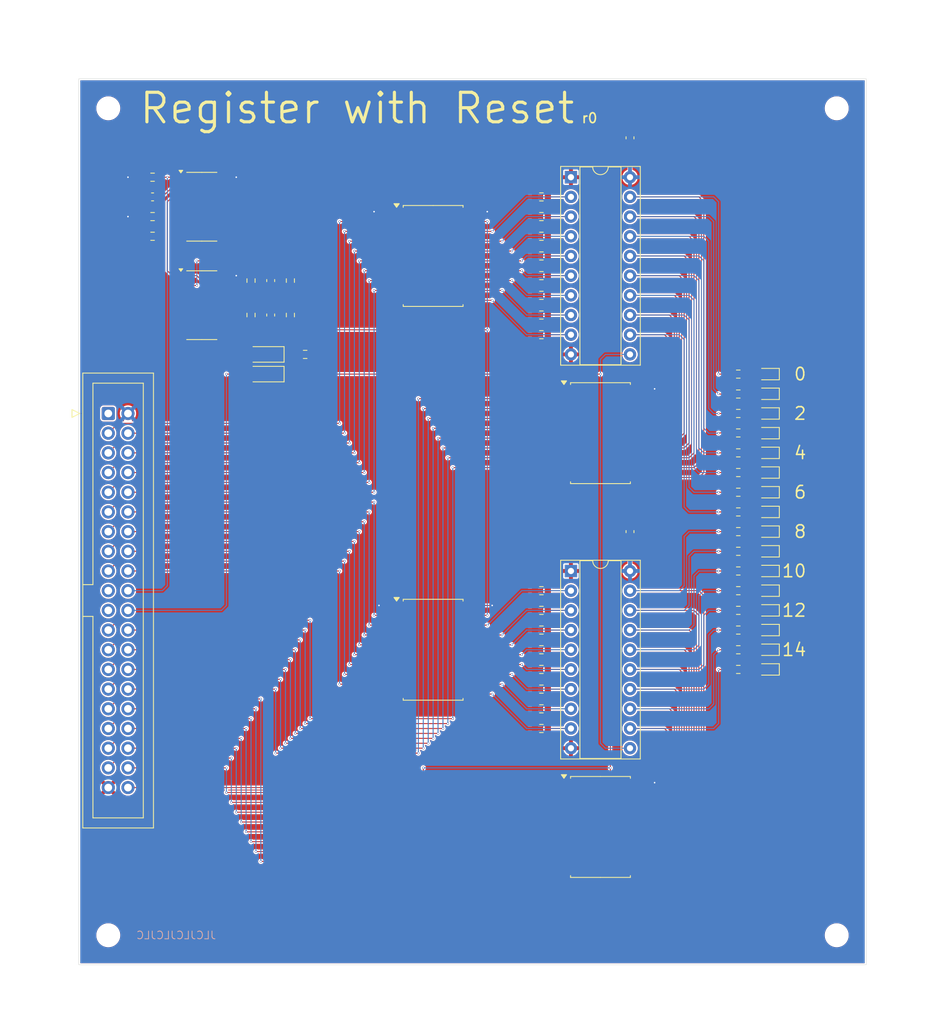
<source format=kicad_pcb>
(kicad_pcb (version 20240108) (generator "pcbnew") (generator_version "8.0")
  (title_block (title "Register with Reset") (rev "0"))
  (layers (0 "F.Cu" signal) (31 "B.Cu" signal) (34 "B.Paste" user) (35 "F.Paste" user) (36 "B.SilkS" user "B.Silkscreen") (37 "F.SilkS" user "F.Silkscreen") (38 "B.Mask" user) (39 "F.Mask" user) (44 "Edge.Cuts" user))
  (net 0 "")
  (net 1 "Net-(D201-A)")
  (net 2 "Net-(D202-A)")
  (net 3 "Net-(D203-A)")
  (net 4 "Net-(D204-A)")
  (net 5 "Net-(D205-A)")
  (net 6 "Net-(D206-A)")
  (net 7 "Net-(D207-A)")
  (net 8 "Net-(D208-A)")
  (net 9 "Net-(D301-A)")
  (net 10 "Net-(D302-A)")
  (net 11 "Net-(D303-A)")
  (net 12 "Net-(D304-A)")
  (net 13 "Net-(D305-A)")
  (net 14 "Net-(D306-A)")
  (net 15 "Net-(D307-A)")
  (net 16 "Net-(D308-A)")
  (net 17 "+5V")
  (net 21 "GND")
  (net 22 "Net-(U201-B0)")
  (net 23 "Net-(U201-B4)")
  (net 24 "Net-(U201-B1)")
  (net 25 "Net-(U201-B5)")
  (net 26 "Net-(U201-B2)")
  (net 27 "Net-(U201-B6)")
  (net 28 "Net-(U201-B3)")
  (net 29 "Net-(U201-B7)")
  (net 30 "Net-(U301-B0)")
  (net 31 "Net-(U301-B4)")
  (net 32 "Net-(U301-B1)")
  (net 33 "Net-(U301-B5)")
  (net 34 "Net-(U301-B2)")
  (net 35 "Net-(U301-B6)")
  (net 36 "Net-(U301-B3)")
  (net 37 "Net-(U301-B7)")
  (net 38 "/Register 0/ZeroInput")
  (net 39 "/Register 0/RegClk")
  (net 40 "Net-(C401-Pad1)")
  (net 41 "Net-(C402-Pad1)")
  (net 42 "Net-(C403-Pad1)")
  (net 43 "Net-(R404-Pad2)")
  (net 44 "Net-(R406-Pad2)")
  (net 45 "/CLK")
  (net 46 "/~{OE}")
  (net 49 "/~{RESET}")
  (net 50 "Net-(U202-Q0)")
  (net 51 "Net-(U202-Q1)")
  (net 53 "Net-(U202-Q2)")
  (net 54 "/ResetLogic/ResetClk")
  (net 56 "Net-(U202-Q3)")
  (net 57 "Net-(U202-Q4)")
  (net 59 "Net-(U401-Pad3)")
  (net 60 "Net-(U202-Q5)")
  (net 61 "/Reg1.In7")
  (net 62 "/Reg0.In0")
  (net 63 "/Reg0.In7")
  (net 64 "/Reg1.In0")
  (net 65 "/Reg0.In1")
  (net 66 "/Reg0.In6")
  (net 67 "/Reg0.In2")
  (net 68 "/Reg0.In3")
  (net 69 "/Reg0.In5")
  (net 70 "/Reg0.In4")
  (net 71 "/Reg1.In4")
  (net 72 "/Reg1.In3")
  (net 73 "/Reg1.In6")
  (net 74 "/Reg1.In1")
  (net 75 "/Reg1.In5")
  (net 76 "/Reg1.In2")
  (net 77 "/Reg0.Out7")
  (net 78 "/Reg1.Out5")
  (net 79 "/Reg1.Out3")
  (net 80 "/Reg0.Out4")
  (net 81 "/Reg0.Out5")
  (net 82 "/Reg0.Out0")
  (net 83 "/Reg1.Out1")
  (net 84 "/Reg1.Out4")
  (net 85 "/Reg1.Out6")
  (net 86 "/Reg1.Out7")
  (net 87 "/Reg0.Out2")
  (net 88 "/Reg1.Out0")
  (net 89 "/Reg0.Out3")
  (net 90 "/Reg0.Out6")
  (net 91 "/Reg1.Out2")
  (net 92 "/Reg0.Out1")
  (net 93 "Net-(U202-Q6)")
  (net 94 "Net-(U202-Q7)")
  (net 95 "Net-(U302-Q0)")
  (net 96 "Net-(U302-Q1)")
  (net 97 "Net-(U302-Q2)")
  (net 98 "Net-(U302-Q3)")
  (net 99 "Net-(U302-Q4)")
  (net 100 "Net-(U302-Q5)")
  (net 101 "Net-(U302-Q6)")
  (net 102 "Net-(U302-Q7)")
  (footprint "Package_SO:SOIC-20W_7.5x12.8mm_P1.27mm" (layer "F.Cu") (at 109.22 137.16)
    (property "Reference" "U301" (hide yes))
    (property "Value" "74HC245")
  )
  (footprint "Resistor_SMD:R_0603_1608Metric" (layer "F.Cu") (at 123.19 83.82)
    (property "Reference" "R203" (hide yes))
    (property "Value" "220k")
  )
  (footprint "Resistor_SMD:R_0603_1608Metric" (layer "F.Cu") (at 148.59 139.7)
    (property "Reference" "R316" (hide yes))
    (property "Value" "4.7k")
  )
  (footprint "MountingHole:MountingHole_2.7mm_M2.5" (layer "F.Cu") (at 161.29 173.99)
    (property "Reference" "H104" (hide yes))
    (property "Value" "MountingHole")
  )
  (footprint "Resistor_SMD:R_0603_1608Metric" (layer "F.Cu") (at 148.59 124.46)
    (property "Reference" "R310" (hide yes))
    (property "Value" "4.7k")
  )
  (footprint "Resistor_SMD:R_0603_1608Metric" (layer "F.Cu") (at 148.59 134.62)
    (property "Reference" "R314" (hide yes))
    (property "Value" "4.7k")
  )
  (footprint "Resistor_SMD:R_0603_1608Metric" (layer "F.Cu") (at 148.59 132.08)
    (property "Reference" "R313" (hide yes))
    (property "Value" "4.7k")
  )
  (footprint "LED_SMD:LED_0603_1608Metric" (layer "F.Cu") (at 152.4 119.38 180)
    (property "Reference" "D208" (hide yes))
    (property "Value" "LED")
  )
  (footprint "Resistor_SMD:R_0603_1608Metric" (layer "F.Cu") (at 123.19 81.28 180)
    (property "Reference" "R202" (hide yes))
    (property "Value" "220k")
  )
  (footprint "Connector_IDC:IDC-Header_2x20_P2.54mm_Vertical" (layer "F.Cu") (at 67.31 106.68)
    (property "Reference" "J101" (hide yes))
    (property "Value" "Conn_02x20_Odd_Even")
  )
  (footprint "LED_SMD:LED_0603_1608Metric" (layer "F.Cu") (at 152.4 127 180)
    (property "Reference" "D303" (hide yes))
    (property "Value" "LED")
  )
  (footprint "Capacitor_SMD:C_0603_1608Metric" (layer "F.Cu") (at 73.025 78.74 180)
    (property "Reference" "C401" (hide yes))
    (property "Value" "10u")
  )
  (footprint "Package_DIP:DIP-20_W7.62mm_Socket" (layer "F.Cu") (at 127 127)
    (property "Reference" "U302" (hide yes))
    (property "Value" "74HCT574")
  )
  (footprint "Diode_SMD:D_SOD-123" (layer "F.Cu") (at 87.63 101.6 180)
    (property "Reference" "D102" (hide yes))
    (property "Value" "D")
  )
  (footprint "Package_DIP:DIP-20_W7.62mm_Socket" (layer "F.Cu") (at 127 76.2)
    (property "Reference" "U202" (hide yes))
    (property "Value" "74HCT574")
  )
  (footprint "Capacitor_SMD:C_0603_1608Metric" (layer "F.Cu") (at 134.62 121.92 90)
    (property "Reference" "C201" (hide yes))
    (property "Value" "C")
  )
  (footprint "LED_SMD:LED_0603_1608Metric" (layer "F.Cu") (at 152.4 114.3 180)
    (property "Reference" "D206" (hide yes))
    (property "Value" "LED")
  )
  (footprint "Package_SO:SOIC-20W_7.5x12.8mm_P1.27mm" (layer "F.Cu") (at 130.81 160.02)
    (property "Reference" "U303" (hide yes))
    (property "Value" "74HC245")
  )
  (footprint "MountingHole:MountingHole_2.7mm_M2.5" (layer "F.Cu") (at 67.31 67.31)
    (property "Reference" "H101" (hide yes))
    (property "Value" "MountingHole")
  )
  (footprint "Resistor_SMD:R_0603_1608Metric" (layer "F.Cu") (at 123.19 86.36 180)
    (property "Reference" "R204" (hide yes))
    (property "Value" "220k")
  )
  (footprint "Resistor_SMD:R_0603_1608Metric" (layer "F.Cu") (at 123.19 137.16 180)
    (property "Reference" "R304" (hide yes))
    (property "Value" "220k")
  )
  (footprint "Resistor_SMD:R_0603_1608Metric" (layer "F.Cu") (at 73.025 81.28)
    (property "Reference" "R401" (hide yes))
    (property "Value" "11k")
  )
  (footprint "Resistor_SMD:R_0603_1608Metric" (layer "F.Cu") (at 90.805 93.98 90)
    (property "Reference" "R407" (hide yes))
    (property "Value" "1M")
  )
  (footprint "Package_SO:SOIC-20W_7.5x12.8mm_P1.27mm" (layer "F.Cu") (at 130.81 109.22)
    (property "Reference" "U203" (hide yes))
    (property "Value" "74HC245")
  )
  (footprint "Package_SO:SOIC-20W_7.5x12.8mm_P1.27mm" (layer "F.Cu") (at 109.22 86.36)
    (property "Reference" "U201" (hide yes))
    (property "Value" "74HC245")
  )
  (footprint "LED_SMD:LED_0603_1608Metric" (layer "F.Cu") (at 152.4 111.76 180)
    (property "Reference" "D205" (hide yes))
    (property "Value" "LED")
  )
  (footprint "Resistor_SMD:R_0603_1608Metric" (layer "F.Cu") (at 123.19 91.44 180)
    (property "Reference" "R206" (hide yes))
    (property "Value" "220k")
  )
  (footprint "LED_SMD:LED_0603_1608Metric" (layer "F.Cu") (at 152.4 134.62 180)
    (property "Reference" "D306" (hide yes))
    (property "Value" "LED")
  )
  (footprint "LED_SMD:LED_0603_1608Metric" (layer "F.Cu") (at 152.4 109.22 180)
    (property "Reference" "D204" (hide yes))
    (property "Value" "LED")
  )
  (footprint "Resistor_SMD:R_0603_1608Metric" (layer "F.Cu") (at 123.19 144.78)
    (property "Reference" "R307" (hide yes))
    (property "Value" "220k")
  )
  (footprint "LED_SMD:LED_0603_1608Metric" (layer "F.Cu") (at 152.4 139.7 180)
    (property "Reference" "D308" (hide yes))
    (property "Value" "LED")
  )
  (footprint "Resistor_SMD:R_0603_1608Metric" (layer "F.Cu") (at 123.19 139.7)
    (property "Reference" "R305" (hide yes))
    (property "Value" "220k")
  )
  (footprint "Resistor_SMD:R_0603_1608Metric" (layer "F.Cu") (at 148.59 119.38)
    (property "Reference" "R216" (hide yes))
    (property "Value" "4.7k")
  )
  (footprint "Resistor_SMD:R_0603_1608Metric" (layer "F.Cu") (at 123.19 88.9)
    (property "Reference" "R205" (hide yes))
    (property "Value" "220k")
  )
  (footprint "Capacitor_SMD:C_0603_1608Metric" (layer "F.Cu") (at 88.265 93.98 90)
    (property "Reference" "C403" (hide yes))
    (property "Value" "1u")
  )
  (footprint "LED_SMD:LED_0603_1608Metric" (layer "F.Cu") (at 152.4 106.68 180)
    (property "Reference" "D203" (hide yes))
    (property "Value" "LED")
  )
  (footprint "Resistor_SMD:R_0603_1608Metric" (layer "F.Cu") (at 123.19 96.52 180)
    (property "Reference" "R208" (hide yes))
    (property "Value" "220k")
  )
  (footprint "LED_SMD:LED_0603_1608Metric" (layer "F.Cu") (at 152.4 129.54 180)
    (property "Reference" "D304" (hide yes))
    (property "Value" "LED")
  )
  (footprint "Diode_SMD:D_SOD-123" (layer "F.Cu") (at 87.63 99.06 180)
    (property "Reference" "D101" (hide yes))
    (property "Value" "D")
  )
  (footprint "Resistor_SMD:R_0603_1608Metric" (layer "F.Cu") (at 148.59 101.6)
    (property "Reference" "R209" (hide yes))
    (property "Value" "4.7k")
  )
  (footprint "Resistor_SMD:R_0603_1608Metric" (layer "F.Cu") (at 123.19 132.08 180)
    (property "Reference" "R302" (hide yes))
    (property "Value" "220k")
  )
  (footprint "LED_SMD:LED_0603_1608Metric" (layer "F.Cu") (at 152.4 121.92 180)
    (property "Reference" "D301" (hide yes))
    (property "Value" "LED")
  )
  (footprint "Resistor_SMD:R_0603_1608Metric" (layer "F.Cu") (at 123.19 129.54)
    (property "Reference" "R301" (hide yes))
    (property "Value" "220k")
  )
  (footprint "Resistor_SMD:R_0603_1608Metric" (layer "F.Cu") (at 123.19 93.98)
    (property "Reference" "R207" (hide yes))
    (property "Value" "220k")
  )
  (footprint "Resistor_SMD:R_0603_1608Metric" (layer "F.Cu") (at 73.025 76.2)
    (property "Reference" "R403" (hide yes))
    (property "Value" "1M")
  )
  (footprint "Resistor_SMD:R_0603_1608Metric" (layer "F.Cu") (at 148.59 111.76)
    (property "Reference" "R213" (hide yes))
    (property "Value" "4.7k")
  )
  (footprint "Package_SO:SOIC-14_3.9x8.7mm_P1.27mm" (layer "F.Cu") (at 79.375 92.71)
    (property "Reference" "U402" (hide yes))
    (property "Value" "74HC14")
  )
  (footprint "Resistor_SMD:R_0603_1608Metric" (layer "F.Cu") (at 148.59 116.84)
    (property "Reference" "R215" (hide yes))
    (property "Value" "4.7k")
  )
  (footprint "Capacitor_SMD:C_0603_1608Metric" (layer "F.Cu") (at 88.265 89.535 90)
    (property "Reference" "C402" (hide yes))
    (property "Value" "1u")
  )
  (footprint "Resistor_SMD:R_0603_1608Metric" (layer "F.Cu") (at 123.19 142.24 180)
    (property "Reference" "R306" (hide yes))
    (property "Value" "220k")
  )
  (footprint "Resistor_SMD:R_0603_1608Metric" (layer "F.Cu") (at 148.59 109.19)
    (property "Reference" "R212" (hide yes))
    (property "Value" "4.7k")
  )
  (footprint "Resistor_SMD:R_0603_1608Metric" (layer "F.Cu") (at 73.025 83.82)
    (property "Reference" "R402" (hide yes))
    (property "Value" "1M")
  )
  (footprint "Resistor_SMD:R_0603_1608Metric" (layer "F.Cu") (at 148.59 129.54)
    (property "Reference" "R312" (hide yes))
    (property "Value" "4.7k")
  )
  (footprint "Package_SO:SOIC-14_3.9x8.7mm_P1.27mm" (layer "F.Cu") (at 79.375 80.01)
    (property "Reference" "U401" (hide yes))
    (property "Value" "74HC08")
  )
  (footprint "Resistor_SMD:R_0603_1608Metric" (layer "F.Cu") (at 148.59 137.16)
    (property "Reference" "R315" (hide yes))
    (property "Value" "4.7k")
  )
  (footprint "LED_SMD:LED_0603_1608Metric" (layer "F.Cu") (at 152.4 116.84 180)
    (property "Reference" "D207" (hide yes))
    (property "Value" "LED")
  )
  (footprint "LED_SMD:LED_0603_1608Metric" (layer "F.Cu") (at 152.4 124.46 180)
    (property "Reference" "D302" (hide yes))
    (property "Value" "LED")
  )
  (footprint "Resistor_SMD:R_0603_1608Metric" (layer "F.Cu") (at 92.71 99.06)
    (property "Reference" "R101" (hide yes))
    (property "Value" "1M")
  )
  (footprint "LED_SMD:LED_0603_1608Metric" (layer "F.Cu") (at 152.4 132.08 180)
    (property "Reference" "D305" (hide yes))
    (property "Value" "LED")
  )
  (footprint "Resistor_SMD:R_0603_1608Metric" (layer "F.Cu") (at 90.805 89.535 90)
    (property "Reference" "R405" (hide yes))
    (property "Value" "1M")
  )
  (footprint "Resistor_SMD:R_0603_1608Metric" (layer "F.Cu") (at 85.725 89.535 90)
    (property "Reference" "R404" (hide yes))
    (property "Value" "11k")
  )
  (footprint "MountingHole:MountingHole_2.7mm_M2.5" (layer "F.Cu") (at 161.29 67.31)
    (property "Reference" "H102" (hide yes))
    (property "Value" "MountingHole")
  )
  (footprint "Resistor_SMD:R_0603_1608Metric" (layer "F.Cu") (at 148.59 114.3)
    (property "Reference" "R214" (hide yes))
    (property "Value" "4.7k")
  )
  (footprint "Resistor_SMD:R_0603_1608Metric" (layer "F.Cu") (at 123.19 134.62)
    (property "Reference" "R303" (hide yes))
    (property "Value" "220k")
  )
  (footprint "Resistor_SMD:R_0603_1608Metric" (layer "F.Cu") (at 148.59 104.17)
    (property "Reference" "R210" (hide yes))
    (property "Value" "4.7k")
  )
  (footprint "Resistor_SMD:R_0603_1608Metric" (layer "F.Cu") (at 85.725 93.98 90)
    (property "Reference" "R406" (hide yes))
    (property "Value" "11k")
  )
  (footprint "Resistor_SMD:R_0603_1608Metric" (layer "F.Cu") (at 123.19 147.32 180)
    (property "Reference" "R308" (hide yes))
    (property "Value" "220k")
  )
  (footprint "Capacitor_SMD:C_0603_1608Metric" (layer "F.Cu") (at 134.62 71.12 90)
    (property "Reference" "C301" (hide yes))
    (property "Value" "C")
  )
  (footprint "MountingHole:MountingHole_2.7mm_M2.5" (layer "F.Cu") (at 67.31 173.99)
    (property "Reference" "H103" (hide yes))
    (property "Value" "MountingHole")
  )
  (footprint "Resistor_SMD:R_0603_1608Metric" (layer "F.Cu") (at 148.59 106.68)
    (property "Reference" "R211" (hide yes))
    (property "Value" "4.7k")
  )
  (footprint "LED_SMD:LED_0603_1608Metric" (layer "F.Cu") (at 152.4 137.16 180)
    (property "Reference" "D307" (hide yes))
    (property "Value" "LED")
  )
  (footprint "Resistor_SMD:R_0603_1608Metric" (layer "F.Cu") (at 123.19 78.74)
    (property "Reference" "R201" (hide yes))
    (property "Value" "220k")
  )
  (footprint "LED_SMD:LED_0603_1608Metric" (layer "F.Cu") (at 152.4 101.6 180)
    (property "Reference" "D201" (hide yes))
    (property "Value" "LED")
  )
  (footprint "LED_SMD:LED_0603_1608Metric" (layer "F.Cu") (at 152.4 104.14 180)
    (property "Reference" "D202" (hide yes))
    (property "Value" "LED")
  )
  (footprint "Resistor_SMD:R_0603_1608Metric" (layer "F.Cu") (at 148.59 121.92)
    (property "Reference" "R309" (hide yes))
    (property "Value" "4.7k")
  )
  (footprint "Resistor_SMD:R_0603_1608Metric" (layer "F.Cu") (at 148.59 127)
    (property "Reference" "R311" (hide yes))
    (property "Value" "4.7k")
  )
  (gr_rect (start 63.5 63.5) (end 165.1 177.8) (stroke (width 0.05)) (fill none) (layer "Edge.Cuts"))
  (gr_text "JLCJLCJLCJLC" (at 81.28 173.99 0) (layer "B.SilkS") (effects (font (size 1 1) (thickness 0.1)) (justify left mirror)))
  (gr_text "6" (at 157.48 116.84 0) (layer "F.SilkS") (effects (font (size 1.6256 1.6256) (thickness 0.2032)) (justify right)))
  (gr_text "r${REVISION}" (at 128.27 68.58 0) (layer "F.SilkS") (effects (font (size 1.27 1.27) (thickness 0.2032)) (justify left)))
  (gr_text "0" (at 157.48 101.6 0) (layer "F.SilkS") (effects (font (size 1.6256 1.6256) (thickness 0.2032)) (justify right)))
  (gr_text "4" (at 157.48 111.76 0) (layer "F.SilkS") (effects (font (size 1.6256 1.6256) (thickness 0.2032)) (justify right)))
  (gr_text "${TITLE}" (at 71.12 67.31 0) (layer "F.SilkS") (effects (font (size 3.81 3.81) (thickness 0.4064)) (justify left)))
  (gr_text "14" (at 157.48 137.16 0) (layer "F.SilkS") (effects (font (size 1.6256 1.6256) (thickness 0.2032)) (justify right)))
  (gr_text "12" (at 157.48 132.08 0) (layer "F.SilkS") (effects (font (size 1.6256 1.6256) (thickness 0.2032)) (justify right)))
  (gr_text "8" (at 157.48 121.92 0) (layer "F.SilkS") (effects (font (size 1.6256 1.6256) (thickness 0.2032)) (justify right)))
  (gr_text "2" (at 157.48 106.68 0) (layer "F.SilkS") (effects (font (size 1.6256 1.6256) (thickness 0.2032)) (justify right)))
  (gr_text "10" (at 157.48 127 0) (layer "F.SilkS") (effects (font (size 1.6256 1.6256) (thickness 0.2032)) (justify right)))
  (segment (start 149.415 101.6) (end 151.6125 101.6) (width 0.127) (layer "F.Cu") (net 1))
  (segment (start 151.5825 104.17) (end 151.6125 104.14) (width 0.127) (layer "F.Cu") (net 2))
  (segment (start 149.415 104.17) (end 151.5825 104.17) (width 0.127) (layer "F.Cu") (net 2))
  (segment (start 149.415 106.68) (end 151.6125 106.68) (width 0.127) (layer "F.Cu") (net 3))
  (segment (start 151.5825 109.19) (end 151.6125 109.22) (width 0.127) (layer "F.Cu") (net 4))
  (segment (start 149.415 109.19) (end 151.5825 109.19) (width 0.127) (layer "F.Cu") (net 4))
  (segment (start 149.415 111.76) (end 151.6125 111.76) (width 0.127) (layer "F.Cu") (net 5))
  (segment (start 149.415 114.3) (end 151.6125 114.3) (width 0.127) (layer "F.Cu") (net 6))
  (segment (start 149.415 116.84) (end 151.6125 116.84) (width 0.127) (layer "F.Cu") (net 7))
  (segment (start 149.415 119.38) (end 151.6125 119.38) (width 0.127) (layer "F.Cu") (net 8))
  (segment (start 149.415 121.92) (end 151.6125 121.92) (width 0.127) (layer "F.Cu") (net 9))
  (segment (start 149.415 124.46) (end 151.6125 124.46) (width 0.127) (layer "F.Cu") (net 10))
  (segment (start 149.415 127) (end 151.6125 127) (width 0.127) (layer "F.Cu") (net 11))
  (segment (start 149.415 129.54) (end 151.6125 129.54) (width 0.127) (layer "F.Cu") (net 12))
  (segment (start 149.415 132.08) (end 151.6125 132.08) (width 0.127) (layer "F.Cu") (net 13))
  (segment (start 149.415 134.62) (end 151.6125 134.62) (width 0.127) (layer "F.Cu") (net 14))
  (segment (start 149.415 137.16) (end 151.6125 137.16) (width 0.127) (layer "F.Cu") (net 15))
  (segment (start 149.415 139.7) (end 151.6125 139.7) (width 0.127) (layer "F.Cu") (net 16))
  (segment (start 134.62 76.2) (end 134.62 71.895) (width 0.254) (layer "F.Cu") (net 17))
  (segment (start 113.87 131.445) (end 116.84 131.445) (width 0.127) (layer "F.Cu") (net 17))
  (segment (start 104.57 80.645) (end 101.6 80.645) (width 0.127) (layer "F.Cu") (net 17))
  (segment (start 134.62 127) (end 134.62 122.695) (width 0.254) (layer "F.Cu") (net 17))
  (segment (start 81.85 76.2) (end 83.82 76.2) (width 0.127) (layer "F.Cu") (net 17))
  (segment (start 81.85 88.9) (end 83.82 88.9) (width 0.127) (layer "F.Cu") (net 17))
  (segment (start 72.2 81.28) (end 69.85 81.28) (width 0.127) (layer "F.Cu") (net 17))
  (segment (start 113.87 80.645) (end 116.205 80.645) (width 0.127) (layer "F.Cu") (net 17))
  (segment (start 135.46 154.305) (end 137.795 154.305) (width 0.127) (layer "F.Cu") (net 17))
  (segment (start 72.2 76.2) (end 69.85 76.2) (width 0.127) (layer "F.Cu") (net 17))
  (segment (start 104.57 131.445) (end 102.235 131.445) (width 0.127) (layer "F.Cu") (net 17))
  (segment (start 135.46 103.505) (end 137.795 103.505) (width 0.127) (layer "F.Cu") (net 17))
  (via (at 101.6 80.645) (size 0.3) (drill 0.2) (layers "F.Cu" "B.Cu") (net 17))
  (via (at 83.82 88.9) (size 0.3) (drill 0.2) (layers "F.Cu" "B.Cu") (net 17))
  (via (at 102.235 131.445) (size 0.3) (drill 0.2) (layers "F.Cu" "B.Cu") (net 17))
  (via (at 137.795 103.505) (size 0.3) (drill 0.2) (layers "F.Cu" "B.Cu") (net 17))
  (via (at 83.82 76.2) (size 0.3) (drill 0.2) (layers "F.Cu" "B.Cu") (net 17))
  (via (at 137.795 154.305) (size 0.3) (drill 0.2) (layers "F.Cu" "B.Cu") (net 17))
  (via (at 69.85 76.2) (size 0.3) (drill 0.2) (layers "F.Cu" "B.Cu") (net 17))
  (via (at 69.85 81.28) (size 0.3) (drill 0.2) (layers "F.Cu" "B.Cu") (net 17))
  (via (at 116.205 80.645) (size 0.3) (drill 0.2) (layers "F.Cu" "B.Cu") (net 17))
  (via (at 116.84 131.445) (size 0.3) (drill 0.2) (layers "F.Cu" "B.Cu") (net 17))
  (segment (start 127 78.74) (end 124.015 78.74) (width 0.127) (layer "F.Cu") (net 22))
  (segment (start 113.87 83.185) (end 116.84 83.185) (width 0.127) (layer "F.Cu") (net 22))
  (via (at 116.84 83.185) (size 0.3) (drill 0.2) (layers "F.Cu" "B.Cu") (net 22))
  (segment (start 127 78.74) (end 121.285 78.74) (width 0.127) (layer "B.Cu") (net 22))
  (segment (start 121.285 78.74) (end 116.84 83.185) (width 0.127) (layer "B.Cu") (net 22))
  (segment (start 120.65 88.265) (end 113.87 88.265) (width 0.127) (layer "F.Cu") (net 23))
  (segment (start 127 88.9) (end 124.015 88.9) (width 0.127) (layer "F.Cu") (net 23))
  (via (at 120.65 88.265) (size 0.3) (drill 0.2) (layers "F.Cu" "B.Cu") (net 23))
  (segment (start 121.285 88.9) (end 120.65 88.265) (width 0.127) (layer "B.Cu") (net 23))
  (segment (start 127 88.9) (end 121.285 88.9) (width 0.127) (layer "B.Cu") (net 23))
  (segment (start 127 81.28) (end 124.015 81.28) (width 0.127) (layer "F.Cu") (net 24))
  (segment (start 113.87 84.455) (end 118.11 84.455) (width 0.127) (layer "F.Cu") (net 24))
  (via (at 118.11 84.455) (size 0.3) (drill 0.2) (layers "F.Cu" "B.Cu") (net 24))
  (segment (start 127 81.28) (end 121.285 81.28) (width 0.127) (layer "B.Cu") (net 24))
  (segment (start 121.285 81.28) (end 118.11 84.455) (width 0.127) (layer "B.Cu") (net 24))
  (segment (start 127 91.44) (end 124.015 91.44) (width 0.127) (layer "F.Cu") (net 25))
  (segment (start 119.38 89.535) (end 113.87 89.535) (width 0.127) (layer "F.Cu") (net 25))
  (via (at 119.38 89.535) (size 0.3) (drill 0.2) (layers "F.Cu" "B.Cu") (net 25))
  (segment (start 127 91.44) (end 121.92 91.44) (width 0.127) (layer "B.Cu") (net 25))
  (segment (start 121.285 91.44) (end 119.38 89.535) (width 0.127) (layer "B.Cu") (net 25))
  (segment (start 121.92 91.44) (end 121.285 91.44) (width 0.127) (layer "B.Cu") (net 25))
  (segment (start 119.38 85.725) (end 113.87 85.725) (width 0.127) (layer "F.Cu") (net 26))
  (segment (start 127 83.82) (end 124.015 83.82) (width 0.127) (layer "F.Cu") (net 26))
  (via (at 119.38 85.725) (size 0.3) (drill 0.2) (layers "F.Cu" "B.Cu") (net 26))
  (segment (start 127 83.82) (end 121.285 83.82) (width 0.127) (layer "B.Cu") (net 26))
  (segment (start 121.285 83.82) (end 119.38 85.725) (width 0.127) (layer "B.Cu") (net 26))
  (segment (start 127 93.98) (end 124.015 93.98) (width 0.127) (layer "F.Cu") (net 27))
  (segment (start 118.11 90.805) (end 113.87 90.805) (width 0.127) (layer "F.Cu") (net 27))
  (via (at 118.11 90.805) (size 0.3) (drill 0.2) (layers "F.Cu" "B.Cu") (net 27))
  (segment (start 121.92 93.98) (end 121.285 93.98) (width 0.127) (layer "B.Cu") (net 27))
  (segment (start 121.285 93.98) (end 118.11 90.805) (width 0.127) (layer "B.Cu") (net 27))
  (segment (start 127 93.98) (end 121.92 93.98) (width 0.127) (layer "B.Cu") (net 27))
  (segment (start 127 86.36) (end 124.015 86.36) (width 0.127) (layer "F.Cu") (net 28))
  (segment (start 120.65 86.995) (end 113.87 86.995) (width 0.127) (layer "F.Cu") (net 28))
  (via (at 120.65 86.995) (size 0.3) (drill 0.2) (layers "F.Cu" "B.Cu") (net 28))
  (segment (start 121.285 86.36) (end 120.65 86.995) (width 0.127) (layer "B.Cu") (net 28))
  (segment (start 127 86.36) (end 121.285 86.36) (width 0.127) (layer "B.Cu") (net 28))
  (segment (start 116.84 92.075) (end 113.87 92.075) (width 0.127) (layer "F.Cu") (net 29))
  (segment (start 127 96.52) (end 124.015 96.52) (width 0.127) (layer "F.Cu") (net 29))
  (via (at 116.84 92.075) (size 0.3) (drill 0.2) (layers "F.Cu" "B.Cu") (net 29))
  (segment (start 121.285 96.52) (end 116.84 92.075) (width 0.127) (layer "B.Cu") (net 29))
  (segment (start 127 96.52) (end 121.92 96.52) (width 0.127) (layer "B.Cu") (net 29))
  (segment (start 121.92 96.52) (end 121.285 96.52) (width 0.127) (layer "B.Cu") (net 29))
  (segment (start 127 129.54) (end 124.015 129.54) (width 0.127) (layer "F.Cu") (net 30))
  (segment (start 116.205 133.985) (end 113.87 133.985) (width 0.127) (layer "F.Cu") (net 30))
  (via (at 116.205 133.985) (size 0.3) (drill 0.2) (layers "F.Cu" "B.Cu") (net 30))
  (segment (start 120.65 129.54) (end 116.205 133.985) (width 0.127) (layer "B.Cu") (net 30))
  (segment (start 127 129.54) (end 120.65 129.54) (width 0.127) (layer "B.Cu") (net 30))
  (segment (start 127 139.7) (end 124.015 139.7) (width 0.127) (layer "F.Cu") (net 31))
  (segment (start 113.87 139.065) (end 120.65 139.065) (width 0.127) (layer "F.Cu") (net 31))
  (via (at 120.65 139.065) (size 0.3) (drill 0.2) (layers "F.Cu" "B.Cu") (net 31))
  (segment (start 121.285 139.7) (end 120.65 139.065) (width 0.127) (layer "B.Cu") (net 31))
  (segment (start 127 139.7) (end 121.285 139.7) (width 0.127) (layer "B.Cu") (net 31))
  (segment (start 113.87 135.255) (end 118.11 135.255) (width 0.127) (layer "F.Cu") (net 32))
  (segment (start 127 132.08) (end 124.015 132.08) (width 0.127) (layer "F.Cu") (net 32))
  (via (at 118.11 135.255) (size 0.3) (drill 0.2) (layers "F.Cu" "B.Cu") (net 32))
  (segment (start 121.285 132.08) (end 118.11 135.255) (width 0.127) (layer "B.Cu") (net 32))
  (segment (start 127 132.08) (end 121.285 132.08) (width 0.127) (layer "B.Cu") (net 32))
  (segment (start 127 142.24) (end 124.015 142.24) (width 0.127) (layer "F.Cu") (net 33))
  (segment (start 113.87 140.335) (end 119.38 140.335) (width 0.127) (layer "F.Cu") (net 33))
  (via (at 119.38 140.335) (size 0.3) (drill 0.2) (layers "F.Cu" "B.Cu") (net 33))
  (segment (start 127 142.24) (end 121.285 142.24) (width 0.127) (layer "B.Cu") (net 33))
  (segment (start 121.285 142.24) (end 119.38 140.335) (width 0.127) (layer "B.Cu") (net 33))
  (segment (start 127 134.62) (end 124.015 134.62) (width 0.127) (layer "F.Cu") (net 34))
  (segment (start 113.87 136.525) (end 119.38 136.525) (width 0.127) (layer "F.Cu") (net 34))
  (via (at 119.38 136.525) (size 0.3) (drill 0.2) (layers "F.Cu" "B.Cu") (net 34))
  (segment (start 127 134.62) (end 121.285 134.62) (width 0.127) (layer "B.Cu") (net 34))
  (segment (start 121.285 134.62) (end 119.38 136.525) (width 0.127) (layer "B.Cu") (net 34))
  (segment (start 113.87 141.605) (end 118.11 141.605) (width 0.127) (layer "F.Cu") (net 35))
  (segment (start 127 144.78) (end 124.015 144.78) (width 0.127) (layer "F.Cu") (net 35))
  (via (at 118.11 141.605) (size 0.3) (drill 0.2) (layers "F.Cu" "B.Cu") (net 35))
  (segment (start 127 144.78) (end 121.285 144.78) (width 0.127) (layer "B.Cu") (net 35))
  (segment (start 121.285 144.78) (end 118.11 141.605) (width 0.127) (layer "B.Cu") (net 35))
  (segment (start 124.015 137.16) (end 127 137.16) (width 0.127) (layer "F.Cu") (net 36))
  (segment (start 113.87 137.795) (end 120.65 137.795) (width 0.127) (layer "F.Cu") (net 36))
  (via (at 120.65 137.795) (size 0.3) (drill 0.2) (layers "F.Cu" "B.Cu") (net 36))
  (segment (start 121.285 137.16) (end 120.65 137.795) (width 0.127) (layer "B.Cu") (net 36))
  (segment (start 127 137.16) (end 121.285 137.16) (width 0.127) (layer "B.Cu") (net 36))
  (segment (start 127 147.32) (end 124.015 147.32) (width 0.127) (layer "F.Cu") (net 37))
  (segment (start 113.87 142.875) (end 116.84 142.875) (width 0.127) (layer "F.Cu") (net 37))
  (via (at 116.84 142.875) (size 0.3) (drill 0.2) (layers "F.Cu" "B.Cu") (net 37))
  (segment (start 127 147.32) (end 121.285 147.32) (width 0.127) (layer "B.Cu") (net 37))
  (segment (start 121.285 147.32) (end 116.84 142.875) (width 0.127) (layer "B.Cu") (net 37))
  (segment (start 116.205 95.885) (end 80.01 95.885) (width 0.127) (layer "F.Cu") (net 38))
  (segment (start 113.87 132.715) (end 116.205 132.715) (width 0.127) (layer "F.Cu") (net 38))
  (segment (start 78.74 92.71) (end 76.9 92.71) (width 0.127) (layer "F.Cu") (net 38))
  (segment (start 78.74 92.71) (end 79.375 93.345) (width 0.127) (layer "F.Cu") (net 38))
  (segment (start 79.375 95.25) (end 79.375 93.345) (width 0.127) (layer "F.Cu") (net 38))
  (segment (start 80.01 95.885) (end 79.375 95.25) (width 0.127) (layer "F.Cu") (net 38))
  (segment (start 113.87 81.915) (end 116.205 81.915) (width 0.127) (layer "F.Cu") (net 38))
  (via (at 116.205 81.915) (size 0.3) (drill 0.2) (layers "F.Cu" "B.Cu") (net 38))
  (via (at 116.205 132.715) (size 0.3) (drill 0.2) (layers "F.Cu" "B.Cu") (net 38))
  (via (at 116.205 95.885) (size 0.3) (drill 0.2) (layers "F.Cu" "B.Cu") (net 38))
  (segment (start 116.205 95.885) (end 116.205 132.715) (width 0.127) (layer "B.Cu") (net 38))
  (segment (start 116.205 94.615) (end 116.205 87.63) (width 0.127) (layer "B.Cu") (net 38))
  (segment (start 116.205 87.63) (end 116.205 95.885) (width 0.127) (layer "B.Cu") (net 38))
  (segment (start 116.205 81.915) (end 116.205 94.615) (width 0.127) (layer "B.Cu") (net 38))
  (segment (start 89.28 99.06) (end 91.885 99.06) (width 0.127) (layer "F.Cu") (net 39))
  (segment (start 89.28 101.6) (end 89.28 99.06) (width 0.127) (layer "F.Cu") (net 39))
  (segment (start 89.28 101.6) (end 130.81 101.6) (width 0.127) (layer "F.Cu") (net 39))
  (via (at 130.81 101.6) (size 0.3) (drill 0.2) (layers "F.Cu" "B.Cu") (net 39))
  (segment (start 131.445 149.86) (end 130.81 149.225) (width 0.127) (layer "B.Cu") (net 39))
  (segment (start 130.81 149.225) (end 130.81 101.6) (width 0.127) (layer "B.Cu") (net 39))
  (segment (start 134.62 149.86) (end 131.445 149.86) (width 0.127) (layer "B.Cu") (net 39))
  (segment (start 130.81 99.695) (end 131.445 99.06) (width 0.127) (layer "B.Cu") (net 39))
  (segment (start 130.81 101.6) (end 130.81 99.695) (width 0.127) (layer "B.Cu") (net 39))
  (segment (start 131.445 99.06) (end 134.62 99.06) (width 0.127) (layer "B.Cu") (net 39))
  (segment (start 73.8 78.74) (end 74.295 78.74) (width 0.127) (layer "F.Cu") (net 40))
  (segment (start 75.565 77.47) (end 76.9 77.47) (width 0.127) (layer "F.Cu") (net 40))
  (segment (start 73.85 83.82) (end 73.85 81.28) (width 0.127) (layer "F.Cu") (net 40))
  (segment (start 73.8 78.74) (end 73.8 81.23) (width 0.127) (layer "F.Cu") (net 40))
  (segment (start 73.8 81.23) (end 73.85 81.28) (width 0.127) (layer "F.Cu") (net 40))
  (segment (start 74.295 78.74) (end 75.565 77.47) (width 0.127) (layer "F.Cu") (net 40))
  (segment (start 81.85 90.17) (end 85.535 90.17) (width 0.127) (layer "F.Cu") (net 41))
  (segment (start 90.805 90.36) (end 88.315 90.36) (width 0.127) (layer "F.Cu") (net 41))
  (segment (start 88.315 90.36) (end 88.265 90.31) (width 0.127) (layer "F.Cu") (net 41))
  (segment (start 85.535 90.17) (end 85.725 90.36) (width 0.127) (layer "F.Cu") (net 41))
  (segment (start 85.725 90.36) (end 88.215 90.36) (width 0.127) (layer "F.Cu") (net 41))
  (segment (start 88.215 90.36) (end 88.265 90.31) (width 0.127) (layer "F.Cu") (net 41))
  (segment (start 88.315 94.805) (end 88.265 94.755) (width 0.127) (layer "F.Cu") (net 42))
  (segment (start 85.28 95.25) (end 85.725 94.805) (width 0.127) (layer "F.Cu") (net 42))
  (segment (start 81.85 95.25) (end 85.28 95.25) (width 0.127) (layer "F.Cu") (net 42))
  (segment (start 87.72 94.805) (end 85.725 94.805) (width 0.127) (layer "F.Cu") (net 42))
  (segment (start 88.265 94.755) (end 87.77 94.755) (width 0.127) (layer "F.Cu") (net 42))
  (segment (start 90.805 94.805) (end 88.315 94.805) (width 0.127) (layer "F.Cu") (net 42))
  (segment (start 87.77 94.755) (end 87.72 94.805) (width 0.127) (layer "F.Cu") (net 42))
  (segment (start 85.09 86.995) (end 85.725 87.63) (width 0.127) (layer "F.Cu") (net 43))
  (segment (start 85.725 87.63) (end 85.725 88.71) (width 0.127) (layer "F.Cu") (net 43))
  (segment (start 78.74 86.995) (end 85.09 86.995) (width 0.127) (layer "F.Cu") (net 43))
  (segment (start 76.9 90.17) (end 78.74 90.17) (width 0.127) (layer "F.Cu") (net 43))
  (via (at 78.74 90.17) (size 0.3) (drill 0.2) (layers "F.Cu" "B.Cu") (net 43))
  (via (at 78.74 86.995) (size 0.3) (drill 0.2) (layers "F.Cu" "B.Cu") (net 43))
  (segment (start 78.74 90.17) (end 78.74 86.995) (width 0.127) (layer "B.Cu") (net 43))
  (segment (start 85.725 92.075) (end 85.725 93.155) (width 0.127) (layer "F.Cu") (net 44))
  (segment (start 81.85 91.44) (end 85.09 91.44) (width 0.127) (layer "F.Cu") (net 44))
  (segment (start 85.09 91.44) (end 85.725 92.075) (width 0.127) (layer "F.Cu") (net 44))
  (segment (start 85.98 101.6) (end 82.55 101.6) (width 0.127) (layer "F.Cu") (net 45))
  (via (at 82.55 101.6) (size 0.3) (drill 0.2) (layers "F.Cu" "B.Cu") (net 45))
  (segment (start 82.55 101.6) (end 82.55 131.445) (width 0.127) (layer "B.Cu") (net 45))
  (segment (start 82.55 131.445) (end 81.915 132.08) (width 0.127) (layer "B.Cu") (net 45))
  (segment (start 81.915 132.08) (end 69.85 132.08) (width 0.127) (layer "B.Cu") (net 45))
  (segment (start 132.715 104.775) (end 135.46 104.775) (width 0.127) (layer "F.Cu") (net 46))
  (segment (start 132.08 152.4) (end 132.08 105.41) (width 0.127) (layer "F.Cu") (net 46))
  (segment (start 135.46 155.575) (end 132.715 155.575) (width 0.127) (layer "F.Cu") (net 46))
  (segment (start 107.315 154.94) (end 107.95 154.305) (width 0.127) (layer "F.Cu") (net 46))
  (segment (start 132.08 105.41) (end 132.715 104.775) (width 0.127) (layer "F.Cu") (net 46))
  (segment (start 69.85 154.94) (end 107.315 154.94) (width 0.127) (layer "F.Cu") (net 46))
  (segment (start 132.08 154.94) (end 132.08 152.4) (width 0.127) (layer "F.Cu") (net 46))
  (segment (start 132.715 155.575) (end 132.08 154.94) (width 0.127) (layer "F.Cu") (net 46))
  (segment (start 107.95 154.305) (end 107.95 152.4) (width 0.127) (layer "F.Cu") (net 46))
  (via (at 132.08 152.4) (size 0.3) (drill 0.2) (layers "F.Cu" "B.Cu") (net 46))
  (via (at 107.95 152.4) (size 0.3) (drill 0.2) (layers "F.Cu" "B.Cu") (net 46))
  (segment (start 132.08 152.4) (end 107.95 152.4) (width 0.127) (layer "B.Cu") (net 46))
  (segment (start 73.85 76.2) (end 74.93 76.2) (width 0.127) (layer "F.Cu") (net 49))
  (segment (start 74.93 76.2) (end 76.9 76.2) (width 0.127) (layer "F.Cu") (net 49))
  (via (at 74.93 76.2) (size 0.3) (drill 0.2) (layers "F.Cu" "B.Cu") (net 49))
  (segment (start 74.93 76.2) (end 74.93 128.905) (width 0.127) (layer "B.Cu") (net 49))
  (segment (start 74.93 128.905) (end 74.295 129.54) (width 0.127) (layer "B.Cu") (net 49))
  (segment (start 74.295 129.54) (end 69.85 129.54) (width 0.127) (layer "B.Cu") (net 49))
  (segment (start 147.765 101.6) (end 146.05 101.6) (width 0.127) (layer "F.Cu") (net 50))
  (segment (start 144.145 114.3) (end 144.145 79.375) (width 0.127) (layer "F.Cu") (net 50))
  (segment (start 144.145 79.375) (end 143.51 78.74) (width 0.127) (layer "F.Cu") (net 50))
  (segment (start 143.51 114.935) (end 144.145 114.3) (width 0.127) (layer "F.Cu") (net 50))
  (segment (start 143.51 78.74) (end 134.62 78.74) (width 0.127) (layer "F.Cu") (net 50))
  (segment (start 135.46 114.935) (end 143.51 114.935) (width 0.127) (layer "F.Cu") (net 50))
  (via (at 146.05 101.6) (size 0.3) (drill 0.2) (layers "F.Cu" "B.Cu") (net 50))
  (segment (start 145.415 78.74) (end 146.05 79.375) (width 0.127) (layer "B.Cu") (net 50))
  (segment (start 134.62 78.74) (end 145.415 78.74) (width 0.127) (layer "B.Cu") (net 50))
  (segment (start 146.05 79.375) (end 146.05 101.6) (width 0.127) (layer "B.Cu") (net 50))
  (segment (start 134.62 81.28) (end 142.875 81.28) (width 0.127) (layer "F.Cu") (net 51))
  (segment (start 143.51 113.03) (end 142.875 113.665) (width 0.127) (layer "F.Cu") (net 51))
  (segment (start 142.875 113.665) (end 135.46 113.665) (width 0.127) (layer "F.Cu") (net 51))
  (segment (start 143.51 81.915) (end 143.51 113.03) (width 0.127) (layer "F.Cu") (net 51))
  (segment (start 146.05 104.14) (end 146.08 104.17) (width 0.127) (layer "F.Cu") (net 51))
  (segment (start 147.765 104.17) (end 146.08 104.17) (width 0.127) (layer "F.Cu") (net 51))
  (segment (start 142.875 81.28) (end 143.51 81.915) (width 0.127) (layer "F.Cu") (net 51))
  (via (at 146.05 104.14) (size 0.3) (drill 0.2) (layers "F.Cu" "B.Cu") (net 51))
  (segment (start 145.415 81.915) (end 144.78 81.28) (width 0.127) (layer "B.Cu") (net 51))
  (segment (start 144.78 81.28) (end 134.62 81.28) (width 0.127) (layer "B.Cu") (net 51))
  (segment (start 146.05 104.14) (end 145.415 103.505) (width 0.127) (layer "B.Cu") (net 51))
  (segment (start 145.415 103.505) (end 145.415 81.915) (width 0.127) (layer "B.Cu") (net 51))
  (segment (start 142.875 84.455) (end 142.24 83.82) (width 0.127) (layer "F.Cu") (net 53))
  (segment (start 142.24 83.82) (end 134.62 83.82) (width 0.127) (layer "F.Cu") (net 53))
  (segment (start 135.46 112.395) (end 142.24 112.395) (width 0.127) (layer "F.Cu") (net 53))
  (segment (start 147.765 106.68) (end 146.05 106.68) (width 0.127) (layer "F.Cu") (net 53))
  (segment (start 142.875 111.76) (end 142.875 84.455) (width 0.127) (layer "F.Cu") (net 53))
  (segment (start 142.24 112.395) (end 142.875 111.76) (width 0.127) (layer "F.Cu") (net 53))
  (via (at 146.05 106.68) (size 0.3) (drill 0.2) (layers "F.Cu" "B.Cu") (net 53))
  (segment (start 144.78 106.045) (end 145.415 106.68) (width 0.127) (layer "B.Cu") (net 53))
  (segment (start 145.415 106.68) (end 146.05 106.68) (width 0.127) (layer "B.Cu") (net 53))
  (segment (start 144.78 84.455) (end 144.78 106.045) (width 0.127) (layer "B.Cu") (net 53))
  (segment (start 144.145 83.82) (end 144.78 84.455) (width 0.127) (layer "B.Cu") (net 53))
  (segment (start 134.62 83.82) (end 144.145 83.82) (width 0.127) (layer "B.Cu") (net 53))
  (segment (start 83.82 97.155) (end 83.82 98.425) (width 0.127) (layer "F.Cu") (net 54))
  (segment (start 83.185 96.52) (end 83.82 97.155) (width 0.127) (layer "F.Cu") (net 54))
  (segment (start 84.455 99.06) (end 85.98 99.06) (width 0.127) (layer "F.Cu") (net 54))
  (segment (start 81.85 96.52) (end 83.185 96.52) (width 0.127) (layer "F.Cu") (net 54))
  (segment (start 83.82 98.425) (end 84.455 99.06) (width 0.127) (layer "F.Cu") (net 54))
  (segment (start 142.24 110.49) (end 141.605 111.125) (width 0.127) (layer "F.Cu") (net 56))
  (segment (start 146.08 109.19) (end 146.05 109.22) (width 0.127) (layer "F.Cu") (net 56))
  (segment (start 141.605 86.36) (end 142.24 86.995) (width 0.127) (layer "F.Cu") (net 56))
  (segment (start 142.24 86.995) (end 142.24 110.49) (width 0.127) (layer "F.Cu") (net 56))
  (segment (start 141.605 111.125) (end 135.46 111.125) (width 0.127) (layer "F.Cu") (net 56))
  (segment (start 134.62 86.36) (end 141.605 86.36) (width 0.127) (layer "F.Cu") (net 56))
  (segment (start 147.765 109.19) (end 146.08 109.19) (width 0.127) (layer "F.Cu") (net 56))
  (via (at 146.05 109.22) (size 0.3) (drill 0.2) (layers "F.Cu" "B.Cu") (net 56))
  (segment (start 144.78 109.22) (end 144.145 108.585) (width 0.127) (layer "B.Cu") (net 56))
  (segment (start 144.145 86.995) (end 143.51 86.36) (width 0.127) (layer "B.Cu") (net 56))
  (segment (start 143.51 86.36) (end 134.62 86.36) (width 0.127) (layer "B.Cu") (net 56))
  (segment (start 144.145 108.585) (end 144.145 86.995) (width 0.127) (layer "B.Cu") (net 56))
  (segment (start 146.05 109.22) (end 144.78 109.22) (width 0.127) (layer "B.Cu") (net 56))
  (segment (start 135.46 109.855) (end 140.97 109.855) (width 0.127) (layer "F.Cu") (net 57))
  (segment (start 140.97 88.9) (end 134.62 88.9) (width 0.127) (layer "F.Cu") (net 57))
  (segment (start 141.605 109.22) (end 141.605 89.535) (width 0.127) (layer "F.Cu") (net 57))
  (segment (start 147.765 111.76) (end 146.05 111.76) (width 0.127) (layer "F.Cu") (net 57))
  (segment (start 140.97 109.855) (end 141.605 109.22) (width 0.127) (layer "F.Cu") (net 57))
  (segment (start 141.605 89.535) (end 140.97 88.9) (width 0.127) (layer "F.Cu") (net 57))
  (via (at 146.05 111.76) (size 0.3) (drill 0.2) (layers "F.Cu" "B.Cu") (net 57))
  (segment (start 142.875 88.9) (end 143.51 89.535) (width 0.127) (layer "B.Cu") (net 57))
  (segment (start 143.51 111.125) (end 144.145 111.76) (width 0.127) (layer "B.Cu") (net 57))
  (segment (start 143.51 89.535) (end 143.51 111.125) (width 0.127) (layer "B.Cu") (net 57))
  (segment (start 134.62 88.9) (end 142.875 88.9) (width 0.127) (layer "B.Cu") (net 57))
  (segment (start 144.145 111.76) (end 146.05 111.76) (width 0.127) (layer "B.Cu") (net 57))
  (segment (start 75.565 78.74) (end 74.93 79.375) (width 0.127) (layer "F.Cu") (net 59))
  (segment (start 79.375 90.805) (end 78.74 91.44) (width 0.127) (layer "F.Cu") (net 59))
  (segment (start 76.9 88.9) (end 78.74 88.9) (width 0.127) (layer "F.Cu") (net 59))
  (segment (start 74.93 88.265) (end 75.565 88.9) (width 0.127) (layer "F.Cu") (net 59))
  (segment (start 76.9 78.74) (end 75.565 78.74) (width 0.127) (layer "F.Cu") (net 59))
  (segment (start 78.74 88.9) (end 79.375 89.535) (width 0.127) (layer "F.Cu") (net 59))
  (segment (start 74.93 79.375) (end 74.93 88.265) (width 0.127) (layer "F.Cu") (net 59))
  (segment (start 75.565 88.9) (end 76.9 88.9) (width 0.127) (layer "F.Cu") (net 59))
  (segment (start 78.74 91.44) (end 76.9 91.44) (width 0.127) (layer "F.Cu") (net 59))
  (segment (start 79.375 89.535) (end 79.375 90.805) (width 0.127) (layer "F.Cu") (net 59))
  (segment (start 140.97 92.075) (end 140.97 107.95) (width 0.127) (layer "F.Cu") (net 60))
  (segment (start 140.97 107.95) (end 140.335 108.585) (width 0.127) (layer "F.Cu") (net 60))
  (segment (start 140.335 108.585) (end 135.46 108.585) (width 0.127) (layer "F.Cu") (net 60))
  (segment (start 134.62 91.44) (end 140.335 91.44) (width 0.127) (layer "F.Cu") (net 60))
  (segment (start 140.335 91.44) (end 140.97 92.075) (width 0.127) (layer "F.Cu") (net 60))
  (segment (start 147.765 114.3) (end 146.05 114.3) (width 0.127) (layer "F.Cu") (net 60))
  (via (at 146.05 114.3) (size 0.3) (drill 0.2) (layers "F.Cu" "B.Cu") (net 60))
  (segment (start 142.875 92.075) (end 142.24 91.44) (width 0.127) (layer "B.Cu") (net 60))
  (segment (start 142.24 91.44) (end 134.62 91.44) (width 0.127) (layer "B.Cu") (net 60))
  (segment (start 142.875 113.665) (end 142.875 92.075) (width 0.127) (layer "B.Cu") (net 60))
  (segment (start 143.51 114.3) (end 142.875 113.665) (width 0.127) (layer "B.Cu") (net 60))
  (segment (start 146.05 114.3) (end 143.51 114.3) (width 0.127) (layer "B.Cu") (net 60))
  (segment (start 69.85 127) (end 97.155 127) (width 0.127) (layer "F.Cu") (net 61))
  (segment (start 104.57 141.605) (end 97.155 141.605) (width 0.127) (layer "F.Cu") (net 61))
  (via (at 97.155 127) (size 0.3) (drill 0.2) (layers "F.Cu" "B.Cu") (net 61))
  (via (at 97.155 141.605) (size 0.3) (drill 0.2) (layers "F.Cu" "B.Cu") (net 61))
  (segment (start 97.155 141.605) (end 97.155 127) (width 0.127) (layer "B.Cu") (net 61))
  (segment (start 96.52 107.95) (end 97.155 107.95) (width 0.127) (layer "F.Cu") (net 62))
  (segment (start 104.57 81.915) (end 97.155 81.915) (width 0.127) (layer "F.Cu") (net 62))
  (segment (start 68.58 107.95) (end 96.52 107.95) (width 0.127) (layer "F.Cu") (net 62))
  (segment (start 67.31 109.22) (end 68.58 107.95) (width 0.127) (layer "F.Cu") (net 62))
  (via (at 97.155 107.95) (size 0.3) (drill 0.2) (layers "F.Cu" "B.Cu") (net 62))
  (via (at 97.155 81.915) (size 0.3) (drill 0.2) (layers "F.Cu" "B.Cu") (net 62))
  (segment (start 97.155 107.95) (end 97.155 81.915) (width 0.127) (layer "B.Cu") (net 62))
  (segment (start 69.85 116.84) (end 101.6 116.84) (width 0.127) (layer "F.Cu") (net 63))
  (segment (start 104.57 90.805) (end 101.6 90.805) (width 0.127) (layer "F.Cu") (net 63))
  (via (at 101.6 90.805) (size 0.3) (drill 0.2) (layers "F.Cu" "B.Cu") (net 63))
  (via (at 101.6 116.84) (size 0.3) (drill 0.2) (layers "F.Cu" "B.Cu") (net 63))
  (segment (start 101.6 116.84) (end 101.6 90.805) (width 0.127) (layer "B.Cu") (net 63))
  (segment (start 104.57 132.715) (end 101.6 132.715) (width 0.127) (layer "F.Cu") (net 64))
  (segment (start 67.31 119.38) (end 68.58 118.11) (width 0.127) (layer "F.Cu") (net 64))
  (segment (start 68.58 118.11) (end 101.6 118.11) (width 0.127) (layer "F.Cu") (net 64))
  (via (at 101.6 118.11) (size 0.3) (drill 0.2) (layers "F.Cu" "B.Cu") (net 64))
  (via (at 101.6 132.715) (size 0.3) (drill 0.2) (layers "F.Cu" "B.Cu") (net 64))
  (segment (start 101.6 118.11) (end 101.6 132.715) (width 0.127) (layer "B.Cu") (net 64))
  (segment (start 90.805 109.22) (end 97.79 109.22) (width 0.127) (layer "F.Cu") (net 65))
  (segment (start 104.57 83.185) (end 97.79 83.185) (width 0.127) (layer "F.Cu") (net 65))
  (segment (start 69.85 109.22) (end 90.805 109.22) (width 0.127) (layer "F.Cu") (net 65))
  (via (at 97.79 109.22) (size 0.3) (drill 0.2) (layers "F.Cu" "B.Cu") (net 65))
  (via (at 97.79 83.185) (size 0.3) (drill 0.2) (layers "F.Cu" "B.Cu") (net 65))
  (segment (start 97.79 109.22) (end 97.79 83.185) (width 0.127) (layer "B.Cu") (net 65))
  (segment (start 68.58 115.57) (end 100.965 115.57) (width 0.127) (layer "F.Cu") (net 66))
  (segment (start 67.31 116.84) (end 68.58 115.57) (width 0.127) (layer "F.Cu") (net 66))
  (segment (start 104.57 89.535) (end 100.965 89.535) (width 0.127) (layer "F.Cu") (net 66))
  (via (at 100.965 89.535) (size 0.3) (drill 0.2) (layers "F.Cu" "B.Cu") (net 66))
  (via (at 100.965 115.57) (size 0.3) (drill 0.2) (layers "F.Cu" "B.Cu") (net 66))
  (segment (start 100.965 115.57) (end 100.965 89.535) (width 0.127) (layer "B.Cu") (net 66))
  (segment (start 68.58 110.49) (end 98.425 110.49) (width 0.127) (layer "F.Cu") (net 67))
  (segment (start 67.31 111.76) (end 68.58 110.49) (width 0.127) (layer "F.Cu") (net 67))
  (segment (start 104.57 84.455) (end 98.425 84.455) (width 0.127) (layer "F.Cu") (net 67))
  (via (at 98.425 110.49) (size 0.3) (drill 0.2) (layers "F.Cu" "B.Cu") (net 67))
  (via (at 98.425 84.455) (size 0.3) (drill 0.2) (layers "F.Cu" "B.Cu") (net 67))
  (segment (start 98.425 110.49) (end 98.425 84.455) (width 0.127) (layer "B.Cu") (net 67))
  (segment (start 104.57 85.725) (end 99.06 85.725) (width 0.127) (layer "F.Cu") (net 68))
  (segment (start 69.85 111.76) (end 99.06 111.76) (width 0.127) (layer "F.Cu") (net 68))
  (via (at 99.06 111.76) (size 0.3) (drill 0.2) (layers "F.Cu" "B.Cu") (net 68))
  (via (at 99.06 85.725) (size 0.3) (drill 0.2) (layers "F.Cu" "B.Cu") (net 68))
  (segment (start 99.06 111.76) (end 99.06 85.725) (width 0.127) (layer "B.Cu") (net 68))
  (segment (start 104.57 88.265) (end 100.33 88.265) (width 0.127) (layer "F.Cu") (net 69))
  (segment (start 69.85 114.3) (end 100.33 114.3) (width 0.127) (layer "F.Cu") (net 69))
  (via (at 100.33 114.3) (size 0.3) (drill 0.2) (layers "F.Cu" "B.Cu") (net 69))
  (via (at 100.33 88.265) (size 0.3) (drill 0.2) (layers "F.Cu" "B.Cu") (net 69))
  (segment (start 100.33 114.3) (end 100.33 88.265) (width 0.127) (layer "B.Cu") (net 69))
  (segment (start 68.58 113.03) (end 99.695 113.03) (width 0.127) (layer "F.Cu") (net 70))
  (segment (start 104.57 86.995) (end 99.695 86.995) (width 0.127) (layer "F.Cu") (net 70))
  (segment (start 67.31 114.3) (end 68.58 113.03) (width 0.127) (layer "F.Cu") (net 70))
  (via (at 99.695 86.995) (size 0.3) (drill 0.2) (layers "F.Cu" "B.Cu") (net 70))
  (via (at 99.695 113.03) (size 0.3) (drill 0.2) (layers "F.Cu" "B.Cu") (net 70))
  (segment (start 99.695 113.03) (end 99.695 86.995) (width 0.127) (layer "B.Cu") (net 70))
  (segment (start 104.57 137.795) (end 99.06 137.795) (width 0.127) (layer "F.Cu") (net 71))
  (segment (start 67.31 124.46) (end 68.58 123.19) (width 0.127) (layer "F.Cu") (net 71))
  (segment (start 68.58 123.19) (end 99.06 123.19) (width 0.127) (layer "F.Cu") (net 71))
  (via (at 99.06 123.19) (size 0.3) (drill 0.2) (layers "F.Cu" "B.Cu") (net 71))
  (via (at 99.06 137.795) (size 0.3) (drill 0.2) (layers "F.Cu" "B.Cu") (net 71))
  (segment (start 99.06 123.19) (end 99.06 137.795) (width 0.127) (layer "B.Cu") (net 71))
  (segment (start 104.57 136.525) (end 99.695 136.525) (width 0.127) (layer "F.Cu") (net 72))
  (segment (start 69.85 121.92) (end 99.695 121.92) (width 0.127) (layer "F.Cu") (net 72))
  (via (at 99.695 121.92) (size 0.3) (drill 0.2) (layers "F.Cu" "B.Cu") (net 72))
  (via (at 99.695 136.525) (size 0.3) (drill 0.2) (layers "F.Cu" "B.Cu") (net 72))
  (segment (start 99.695 121.92) (end 99.695 136.525) (width 0.127) (layer "B.Cu") (net 72))
  (segment (start 67.31 127) (end 68.58 125.73) (width 0.127) (layer "F.Cu") (net 73))
  (segment (start 104.57 140.335) (end 97.79 140.335) (width 0.127) (layer "F.Cu") (net 73))
  (segment (start 68.58 125.73) (end 97.79 125.73) (width 0.127) (layer "F.Cu") (net 73))
  (via (at 97.79 125.73) (size 0.3) (drill 0.2) (layers "F.Cu" "B.Cu") (net 73))
  (via (at 97.79 140.335) (size 0.3) (drill 0.2) (layers "F.Cu" "B.Cu") (net 73))
  (segment (start 97.79 140.335) (end 97.79 125.73) (width 0.127) (layer "B.Cu") (net 73))
  (segment (start 69.85 119.38) (end 100.965 119.38) (width 0.127) (layer "F.Cu") (net 74))
  (segment (start 104.57 133.985) (end 100.965 133.985) (width 0.127) (layer "F.Cu") (net 74))
  (via (at 100.965 119.38) (size 0.3) (drill 0.2) (layers "F.Cu" "B.Cu") (net 74))
  (via (at 100.965 133.985) (size 0.3) (drill 0.2) (layers "F.Cu" "B.Cu") (net 74))
  (segment (start 100.965 119.38) (end 100.965 133.985) (width 0.127) (layer "B.Cu") (net 74))
  (segment (start 69.85 124.46) (end 98.425 124.46) (width 0.127) (layer "F.Cu") (net 75))
  (segment (start 104.57 139.065) (end 98.425 139.065) (width 0.127) (layer "F.Cu") (net 75))
  (via (at 98.425 124.46) (size 0.3) (drill 0.2) (layers "F.Cu" "B.Cu") (net 75))
  (via (at 98.425 139.065) (size 0.3) (drill 0.2) (layers "F.Cu" "B.Cu") (net 75))
  (segment (start 98.425 124.46) (end 98.425 139.065) (width 0.127) (layer "B.Cu") (net 75))
  (segment (start 68.58 120.65) (end 100.33 120.65) (width 0.127) (layer "F.Cu") (net 76))
  (segment (start 67.31 121.92) (end 68.58 120.65) (width 0.127) (layer "F.Cu") (net 76))
  (segment (start 104.57 135.255) (end 100.33 135.255) (width 0.127) (layer "F.Cu") (net 76))
  (via (at 100.33 120.65) (size 0.3) (drill 0.2) (layers "F.Cu" "B.Cu") (net 76))
  (via (at 100.33 135.255) (size 0.3) (drill 0.2) (layers "F.Cu" "B.Cu") (net 76))
  (segment (start 100.33 120.65) (end 100.33 135.255) (width 0.127) (layer "B.Cu") (net 76))
  (segment (start 88.9 150.495) (end 107.315 150.495) (width 0.127) (layer "F.Cu") (net 77))
  (segment (start 82.55 142.24) (end 88.9 142.24) (width 0.127) (layer "F.Cu") (net 77))
  (segment (start 69.85 142.24) (end 82.55 142.24) (width 0.127) (layer "F.Cu") (net 77))
  (segment (start 126.16 104.775) (end 107.315 104.775) (width 0.127) (layer "F.Cu") (net 77))
  (via (at 107.315 150.495) (size 0.3) (drill 0.2) (layers "F.Cu" "B.Cu") (net 77))
  (via (at 88.9 150.495) (size 0.3) (drill 0.2) (layers "F.Cu" "B.Cu") (net 77))
  (via (at 88.9 142.24) (size 0.3) (drill 0.2) (layers "F.Cu" "B.Cu") (net 77))
  (via (at 107.315 104.775) (size 0.3) (drill 0.2) (layers "F.Cu" "B.Cu") (net 77))
  (segment (start 88.9 142.24) (end 88.9 150.495) (width 0.127) (layer "B.Cu") (net 77))
  (segment (start 107.315 104.775) (end 107.315 150.495) (width 0.127) (layer "B.Cu") (net 77))
  (segment (start 114.3 158.115) (end 83.82 158.115) (width 0.127) (layer "F.Cu") (net 78))
  (segment (start 82.55 149.86) (end 83.82 149.86) (width 0.127) (layer "F.Cu") (net 78))
  (segment (start 69.85 149.86) (end 82.55 149.86) (width 0.127) (layer "F.Cu") (net 78))
  (segment (start 126.16 158.115) (end 114.3 158.115) (width 0.127) (layer "F.Cu") (net 78))
  (via (at 83.82 158.115) (size 0.3) (drill 0.2) (layers "F.Cu" "B.Cu") (net 78))
  (via (at 83.82 149.86) (size 0.3) (drill 0.2) (layers "F.Cu" "B.Cu") (net 78))
  (segment (start 83.82 149.86) (end 83.82 158.115) (width 0.127) (layer "B.Cu") (net 78))
  (segment (start 82.55 147.32) (end 85.09 147.32) (width 0.127) (layer "F.Cu") (net 79))
  (segment (start 114.3 160.655) (end 85.09 160.655) (width 0.127) (layer "F.Cu") (net 79))
  (segment (start 126.16 160.655) (end 114.3 160.655) (width 0.127) (layer "F.Cu") (net 79))
  (segment (start 69.85 147.32) (end 82.55 147.32) (width 0.127) (layer "F.Cu") (net 79))
  (via (at 85.09 147.32) (size 0.3) (drill 0.2) (layers "F.Cu" "B.Cu") (net 79))
  (via (at 85.09 160.655) (size 0.3) (drill 0.2) (layers "F.Cu" "B.Cu") (net 79))
  (segment (start 85.09 147.32) (end 85.09 160.655) (width 0.127) (layer "B.Cu") (net 79))
  (segment (start 126.16 108.585) (end 109.22 108.585) (width 0.127) (layer "F.Cu") (net 80))
  (segment (start 82.55 138.43) (end 90.805 138.43) (width 0.127) (layer "F.Cu") (net 80))
  (segment (start 67.31 139.7) (end 68.58 138.43) (width 0.127) (layer "F.Cu") (net 80))
  (segment (start 68.58 138.43) (end 82.55 138.43) (width 0.127) (layer "F.Cu") (net 80))
  (segment (start 90.805 148.59) (end 109.22 148.59) (width 0.127) (layer "F.Cu") (net 80))
  (via (at 90.805 138.43) (size 0.3) (drill 0.2) (layers "F.Cu" "B.Cu") (net 80))
  (via (at 109.22 148.59) (size 0.3) (drill 0.2) (layers "F.Cu" "B.Cu") (net 80))
  (via (at 90.805 148.59) (size 0.3) (drill 0.2) (layers "F.Cu" "B.Cu") (net 80))
  (via (at 109.22 108.585) (size 0.3) (drill 0.2) (layers "F.Cu" "B.Cu") (net 80))
  (segment (start 90.805 138.43) (end 90.805 148.59) (width 0.127) (layer "B.Cu") (net 80))
  (segment (start 109.22 122.555) (end 109.22 148.59) (width 0.127) (layer "B.Cu") (net 80))
  (segment (start 109.22 108.585) (end 109.22 122.555) (width 0.127) (layer "B.Cu") (net 80))
  (segment (start 90.17 149.225) (end 108.585 149.225) (width 0.127) (layer "F.Cu") (net 81))
  (segment (start 82.55 139.7) (end 90.17 139.7) (width 0.127) (layer "F.Cu") (net 81))
  (segment (start 69.85 139.7) (end 82.55 139.7) (width 0.127) (layer "F.Cu") (net 81))
  (segment (start 126.16 107.315) (end 108.585 107.315) (width 0.127) (layer "F.Cu") (net 81))
  (via (at 108.585 149.225) (size 0.3) (drill 0.2) (layers "F.Cu" "B.Cu") (net 81))
  (via (at 108.585 107.315) (size 0.3) (drill 0.2) (layers "F.Cu" "B.Cu") (net 81))
  (via (at 90.17 139.7) (size 0.3) (drill 0.2) (layers "F.Cu" "B.Cu") (net 81))
  (via (at 90.17 149.225) (size 0.3) (drill 0.2) (layers "F.Cu" "B.Cu") (net 81))
  (segment (start 90.17 139.7) (end 90.17 149.225) (width 0.127) (layer "B.Cu") (net 81))
  (segment (start 108.585 107.315) (end 108.585 149.225) (width 0.127) (layer "B.Cu") (net 81))
  (segment (start 126.16 113.665) (end 111.76 113.665) (width 0.127) (layer "F.Cu") (net 82))
  (segment (start 111.76 146.05) (end 93.345 146.05) (width 0.127) (layer "F.Cu") (net 82))
  (segment (start 68.58 133.35) (end 82.55 133.35) (width 0.127) (layer "F.Cu") (net 82))
  (segment (start 67.31 134.62) (end 68.58 133.35) (width 0.127) (layer "F.Cu") (net 82))
  (segment (start 82.55 133.35) (end 93.345 133.35) (width 0.127) (layer "F.Cu") (net 82))
  (via (at 93.345 146.05) (size 0.3) (drill 0.2) (layers "F.Cu" "B.Cu") (net 82))
  (via (at 111.76 146.05) (size 0.3) (drill 0.2) (layers "F.Cu" "B.Cu") (net 82))
  (via (at 93.345 133.35) (size 0.3) (drill 0.2) (layers "F.Cu" "B.Cu") (net 82))
  (via (at 111.76 113.665) (size 0.3) (drill 0.2) (layers "F.Cu" "B.Cu") (net 82))
  (segment (start 111.76 113.665) (end 111.76 146.05) (width 0.127) (layer "B.Cu") (net 82))
  (segment (start 93.345 133.35) (end 93.345 146.05) (width 0.127) (layer "B.Cu") (net 82))
  (segment (start 69.85 144.78) (end 82.55 144.78) (width 0.127) (layer "F.Cu") (net 83))
  (segment (start 114.3 163.195) (end 86.36 163.195) (width 0.127) (layer "F.Cu") (net 83))
  (segment (start 126.16 163.195) (end 114.3 163.195) (width 0.127) (layer "F.Cu") (net 83))
  (segment (start 82.55 144.78) (end 86.36 144.78) (width 0.127) (layer "F.Cu") (net 83))
  (via (at 86.36 163.195) (size 0.3) (drill 0.2) (layers "F.Cu" "B.Cu") (net 83))
  (via (at 86.36 144.78) (size 0.3) (drill 0.2) (layers "F.Cu" "B.Cu") (net 83))
  (segment (start 86.36 144.78) (end 86.36 163.195) (width 0.127) (layer "B.Cu") (net 83))
  (segment (start 82.55 148.59) (end 84.455 148.59) (width 0.127) (layer "F.Cu") (net 84))
  (segment (start 126.16 159.385) (end 114.3 159.385) (width 0.127) (layer "F.Cu") (net 84))
  (segment (start 114.3 159.385) (end 84.455 159.385) (width 0.127) (layer "F.Cu") (net 84))
  (segment (start 68.58 148.59) (end 82.55 148.59) (width 0.127) (layer "F.Cu") (net 84))
  (segment (start 67.31 149.86) (end 68.58 148.59) (width 0.127) (layer "F.Cu") (net 84))
  (via (at 84.455 159.385) (size 0.3) (drill 0.2) (layers "F.Cu" "B.Cu") (net 84))
  (via (at 84.455 148.59) (size 0.3) (drill 0.2) (layers "F.Cu" "B.Cu") (net 84))
  (segment (start 84.455 148.59) (end 84.455 159.385) (width 0.127) (layer "B.Cu") (net 84))
  (segment (start 68.58 151.13) (end 82.55 151.13) (width 0.127) (layer "F.Cu") (net 85))
  (segment (start 82.55 151.13) (end 83.185 151.13) (width 0.127) (layer "F.Cu") (net 85))
  (segment (start 114.3 156.845) (end 83.185 156.845) (width 0.127) (layer "F.Cu") (net 85))
  (segment (start 67.31 152.4) (end 68.58 151.13) (width 0.127) (layer "F.Cu") (net 85))
  (segment (start 126.16 156.845) (end 114.3 156.845) (width 0.127) (layer "F.Cu") (net 85))
  (via (at 83.185 151.13) (size 0.3) (drill 0.2) (layers "F.Cu" "B.Cu") (net 85))
  (via (at 83.185 156.845) (size 0.3) (drill 0.2) (layers "F.Cu" "B.Cu") (net 85))
  (segment (start 83.185 151.13) (end 83.185 156.845) (width 0.127) (layer "B.Cu") (net 85))
  (segment (start 114.3 155.575) (end 82.55 155.575) (width 0.127) (layer "F.Cu") (net 86))
  (segment (start 69.85 152.4) (end 82.55 152.4) (width 0.127) (layer "F.Cu") (net 86))
  (segment (start 126.16 155.575) (end 114.3 155.575) (width 0.127) (layer "F.Cu") (net 86))
  (via (at 82.55 152.4) (size 0.3) (drill 0.2) (layers "F.Cu" "B.Cu") (net 86))
  (via (at 82.55 155.575) (size 0.3) (drill 0.2) (layers "F.Cu" "B.Cu") (net 86))
  (segment (start 82.55 152.4) (end 82.55 155.575) (width 0.127) (layer "B.Cu") (net 86))
  (segment (start 68.58 135.89) (end 82.55 135.89) (width 0.127) (layer "F.Cu") (net 87))
  (segment (start 67.31 137.16) (end 68.58 135.89) (width 0.127) (layer "F.Cu") (net 87))
  (segment (start 82.55 135.89) (end 92.075 135.89) (width 0.127) (layer "F.Cu") (net 87))
  (segment (start 126.16 111.125) (end 110.49 111.125) (width 0.127) (layer "F.Cu") (net 87))
  (segment (start 92.075 147.32) (end 110.49 147.32) (width 0.127) (layer "F.Cu") (net 87))
  (via (at 92.075 147.32) (size 0.3) (drill 0.2) (layers "F.Cu" "B.Cu") (net 87))
  (via (at 110.49 111.125) (size 0.3) (drill 0.2) (layers "F.Cu" "B.Cu") (net 87))
  (via (at 92.075 135.89) (size 0.3) (drill 0.2) (layers "F.Cu" "B.Cu") (net 87))
  (via (at 110.49 147.32) (size 0.3) (drill 0.2) (layers "F.Cu" "B.Cu") (net 87))
  (segment (start 110.49 115.57) (end 110.49 147.32) (width 0.127) (layer "B.Cu") (net 87))
  (segment (start 110.49 111.125) (end 110.49 115.57) (width 0.127) (layer "B.Cu") (net 87))
  (segment (start 92.075 135.89) (end 92.075 147.32) (width 0.127) (layer "B.Cu") (net 87))
  (segment (start 82.55 143.51) (end 86.995 143.51) (width 0.127) (layer "F.Cu") (net 88))
  (segment (start 68.58 143.51) (end 82.55 143.51) (width 0.127) (layer "F.Cu") (net 88))
  (segment (start 126.16 164.465) (end 114.3 164.465) (width 0.127) (layer "F.Cu") (net 88))
  (segment (start 114.3 164.465) (end 86.995 164.465) (width 0.127) (layer "F.Cu") (net 88))
  (segment (start 67.31 144.78) (end 68.58 143.51) (width 0.127) (layer "F.Cu") (net 88))
  (via (at 86.995 143.51) (size 0.3) (drill 0.2) (layers "F.Cu" "B.Cu") (net 88))
  (via (at 86.995 164.465) (size 0.3) (drill 0.2) (layers "F.Cu" "B.Cu") (net 88))
  (segment (start 86.995 143.51) (end 86.995 164.465) (width 0.127) (layer "B.Cu") (net 88))
  (segment (start 126.16 109.855) (end 109.855 109.855) (width 0.127) (layer "F.Cu") (net 89))
  (segment (start 69.85 137.16) (end 82.55 137.16) (width 0.127) (layer "F.Cu") (net 89))
  (segment (start 91.44 147.955) (end 109.855 147.955) (width 0.127) (layer "F.Cu") (net 89))
  (segment (start 82.55 137.16) (end 91.44 137.16) (width 0.127) (layer "F.Cu") (net 89))
  (via (at 109.855 109.855) (size 0.3) (drill 0.2) (layers "F.Cu" "B.Cu") (net 89))
  (via (at 109.855 147.955) (size 0.3) (drill 0.2) (layers "F.Cu" "B.Cu") (net 89))
  (via (at 91.44 147.955) (size 0.3) (drill 0.2) (layers "F.Cu" "B.Cu") (net 89))
  (via (at 91.44 137.16) (size 0.3) (drill 0.2) (layers "F.Cu" "B.Cu") (net 89))
  (segment (start 91.44 137.16) (end 91.44 147.955) (width 0.127) (layer "B.Cu") (net 89))
  (segment (start 109.855 111.76) (end 109.855 147.955) (width 0.127) (layer "B.Cu") (net 89))
  (segment (start 109.855 109.855) (end 109.855 111.76) (width 0.127) (layer "B.Cu") (net 89))
  (segment (start 68.58 140.97) (end 82.55 140.97) (width 0.127) (layer "F.Cu") (net 90))
  (segment (start 126.16 106.045) (end 107.95 106.045) (width 0.127) (layer "F.Cu") (net 90))
  (segment (start 89.535 149.86) (end 107.95 149.86) (width 0.127) (layer "F.Cu") (net 90))
  (segment (start 82.55 140.97) (end 89.535 140.97) (width 0.127) (layer "F.Cu") (net 90))
  (segment (start 67.31 142.24) (end 68.58 140.97) (width 0.127) (layer "F.Cu") (net 90))
  (via (at 107.95 106.045) (size 0.3) (drill 0.2) (layers "F.Cu" "B.Cu") (net 90))
  (via (at 89.535 149.86) (size 0.3) (drill 0.2) (layers "F.Cu" "B.Cu") (net 90))
  (via (at 89.535 140.97) (size 0.3) (drill 0.2) (layers "F.Cu" "B.Cu") (net 90))
  (via (at 107.95 149.86) (size 0.3) (drill 0.2) (layers "F.Cu" "B.Cu") (net 90))
  (segment (start 89.535 140.97) (end 89.535 149.86) (width 0.127) (layer "B.Cu") (net 90))
  (segment (start 107.95 106.045) (end 107.95 149.86) (width 0.127) (layer "B.Cu") (net 90))
  (segment (start 68.58 146.05) (end 82.55 146.05) (width 0.127) (layer "F.Cu") (net 91))
  (segment (start 114.3 161.925) (end 85.725 161.925) (width 0.127) (layer "F.Cu") (net 91))
  (segment (start 82.55 146.05) (end 85.725 146.05) (width 0.127) (layer "F.Cu") (net 91))
  (segment (start 67.31 147.32) (end 68.58 146.05) (width 0.127) (layer "F.Cu") (net 91))
  (segment (start 126.16 161.925) (end 114.3 161.925) (width 0.127) (layer "F.Cu") (net 91))
  (via (at 85.725 161.925) (size 0.3) (drill 0.2) (layers "F.Cu" "B.Cu") (net 91))
  (via (at 85.725 146.05) (size 0.3) (drill 0.2) (layers "F.Cu" "B.Cu") (net 91))
  (segment (start 85.725 146.05) (end 85.725 161.925) (width 0.127) (layer "B.Cu") (net 91))
  (segment (start 69.85 134.62) (end 82.55 134.62) (width 0.127) (layer "F.Cu") (net 92))
  (segment (start 126.16 112.395) (end 111.125 112.395) (width 0.127) (layer "F.Cu") (net 92))
  (segment (start 82.55 134.62) (end 92.71 134.62) (width 0.127) (layer "F.Cu") (net 92))
  (segment (start 92.71 146.685) (end 111.125 146.685) (width 0.127) (layer "F.Cu") (net 92))
  (via (at 92.71 146.685) (size 0.3) (drill 0.2) (layers "F.Cu" "B.Cu") (net 92))
  (via (at 92.71 134.62) (size 0.3) (drill 0.2) (layers "F.Cu" "B.Cu") (net 92))
  (via (at 111.125 112.395) (size 0.3) (drill 0.2) (layers "F.Cu" "B.Cu") (net 92))
  (via (at 111.125 146.685) (size 0.3) (drill 0.2) (layers "F.Cu" "B.Cu") (net 92))
  (segment (start 92.71 134.62) (end 92.71 146.685) (width 0.127) (layer "B.Cu") (net 92))
  (segment (start 111.125 112.395) (end 111.125 146.685) (width 0.127) (layer "B.Cu") (net 92))
  (segment (start 140.335 94.615) (end 139.7 93.98) (width 0.127) (layer "F.Cu") (net 93))
  (segment (start 147.765 116.84) (end 146.05 116.84) (width 0.127) (layer "F.Cu") (net 93))
  (segment (start 139.7 107.315) (end 140.335 106.68) (width 0.127) (layer "F.Cu") (net 93))
  (segment (start 139.7 93.98) (end 134.62 93.98) (width 0.127) (layer "F.Cu") (net 93))
  (segment (start 135.46 107.315) (end 139.7 107.315) (width 0.127) (layer "F.Cu") (net 93))
  (segment (start 140.335 106.68) (end 140.335 94.615) (width 0.127) (layer "F.Cu") (net 93))
  (via (at 146.05 116.84) (size 0.3) (drill 0.2) (layers "F.Cu" "B.Cu") (net 93))
  (segment (start 142.24 116.205) (end 142.875 116.84) (width 0.127) (layer "B.Cu") (net 93))
  (segment (start 142.24 94.615) (end 142.24 116.205) (width 0.127) (layer "B.Cu") (net 93))
  (segment (start 134.62 93.98) (end 141.605 93.98) (width 0.127) (layer "B.Cu") (net 93))
  (segment (start 142.875 116.84) (end 146.05 116.84) (width 0.127) (layer "B.Cu") (net 93))
  (segment (start 141.605 93.98) (end 142.24 94.615) (width 0.127) (layer "B.Cu") (net 93))
  (segment (start 139.065 106.045) (end 139.7 105.41) (width 0.127) (layer "F.Cu") (net 94))
  (segment (start 139.065 96.52) (end 134.62 96.52) (width 0.127) (layer "F.Cu") (net 94))
  (segment (start 139.7 105.41) (end 139.7 97.155) (width 0.127) (layer "F.Cu") (net 94))
  (segment (start 147.765 119.38) (end 146.05 119.38) (width 0.127) (layer "F.Cu") (net 94))
  (segment (start 139.7 97.155) (end 139.065 96.52) (width 0.127) (layer "F.Cu") (net 94))
  (segment (start 135.46 106.045) (end 139.065 106.045) (width 0.127) (layer "F.Cu") (net 94))
  (via (at 146.05 119.38) (size 0.3) (drill 0.2) (layers "F.Cu" "B.Cu") (net 94))
  (segment (start 146.05 119.38) (end 142.24 119.38) (width 0.127) (layer "B.Cu") (net 94))
  (segment (start 141.605 118.745) (end 141.605 97.155) (width 0.127) (layer "B.Cu") (net 94))
  (segment (start 141.605 97.155) (end 140.97 96.52) (width 0.127) (layer "B.Cu") (net 94))
  (segment (start 140.97 96.52) (end 134.62 96.52) (width 0.127) (layer "B.Cu") (net 94))
  (segment (start 142.24 119.38) (end 141.605 118.745) (width 0.127) (layer "B.Cu") (net 94))
  (segment (start 143.51 129.54) (end 134.62 129.54) (width 0.127) (layer "F.Cu") (net 95))
  (segment (start 143.51 165.735) (end 144.145 165.1) (width 0.127) (layer "F.Cu") (net 95))
  (segment (start 144.145 165.1) (end 144.145 130.175) (width 0.127) (layer "F.Cu") (net 95))
  (segment (start 135.46 165.735) (end 143.51 165.735) (width 0.127) (layer "F.Cu") (net 95))
  (segment (start 144.145 130.175) (end 143.51 129.54) (width 0.127) (layer "F.Cu") (net 95))
  (segment (start 146.05 121.92) (end 147.765 121.92) (width 0.127) (layer "F.Cu") (net 95))
  (via (at 146.05 121.92) (size 0.3) (drill 0.2) (layers "F.Cu" "B.Cu") (net 95))
  (segment (start 142.24 121.92) (end 146.05 121.92) (width 0.127) (layer "B.Cu") (net 95))
  (segment (start 141.605 122.555) (end 142.24 121.92) (width 0.127) (layer "B.Cu") (net 95))
  (segment (start 134.62 129.54) (end 140.97 129.54) (width 0.127) (layer "B.Cu") (net 95))
  (segment (start 140.97 129.54) (end 141.605 128.905) (width 0.127) (layer "B.Cu") (net 95))
  (segment (start 141.605 128.905) (end 141.605 122.555) (width 0.127) (layer "B.Cu") (net 95))
  (segment (start 146.05 124.46) (end 147.765 124.46) (width 0.127) (layer "F.Cu") (net 96))
  (segment (start 142.875 164.465) (end 135.46 164.465) (width 0.127) (layer "F.Cu") (net 96))
  (segment (start 143.51 132.715) (end 143.51 163.83) (width 0.127) (layer "F.Cu") (net 96))
  (segment (start 142.875 132.08) (end 143.51 132.715) (width 0.127) (layer "F.Cu") (net 96))
  (segment (start 134.62 132.08) (end 142.875 132.08) (width 0.127) (layer "F.Cu") (net 96))
  (segment (start 143.51 163.83) (end 142.875 164.465) (width 0.127) (layer "F.Cu") (net 96))
  (via (at 146.05 124.46) (size 0.3) (drill 0.2) (layers "F.Cu" "B.Cu") (net 96))
  (segment (start 142.24 131.445) (end 142.24 125.095) (width 0.127) (layer "B.Cu") (net 96))
  (segment (start 142.24 125.095) (end 142.875 124.46) (width 0.127) (layer "B.Cu") (net 96))
  (segment (start 141.605 132.08) (end 142.24 131.445) (width 0.127) (layer "B.Cu") (net 96))
  (segment (start 134.62 132.08) (end 141.605 132.08) (width 0.127) (layer "B.Cu") (net 96))
  (segment (start 142.875 124.46) (end 146.05 124.46) (width 0.127) (layer "B.Cu") (net 96))
  (segment (start 142.875 162.56) (end 142.875 135.255) (width 0.127) (layer "F.Cu") (net 97))
  (segment (start 142.24 134.62) (end 134.62 134.62) (width 0.127) (layer "F.Cu") (net 97))
  (segment (start 146.05 127) (end 147.765 127) (width 0.127) (layer "F.Cu") (net 97))
  (segment (start 142.875 135.255) (end 142.24 134.62) (width 0.127) (layer "F.Cu") (net 97))
  (segment (start 135.46 163.195) (end 142.24 163.195) (width 0.127) (layer "F.Cu") (net 97))
  (segment (start 142.24 163.195) (end 142.875 162.56) (width 0.127) (layer "F.Cu") (net 97))
  (via (at 146.05 127) (size 0.3) (drill 0.2) (layers "F.Cu" "B.Cu") (net 97))
  (segment (start 134.62 134.62) (end 142.24 134.62) (width 0.127) (layer "B.Cu") (net 97))
  (segment (start 142.875 133.985) (end 142.875 127.635) (width 0.127) (layer "B.Cu") (net 97))
  (segment (start 142.24 134.62) (end 142.875 133.985) (width 0.127) (layer "B.Cu") (net 97))
  (segment (start 142.875 127.635) (end 143.51 127) (width 0.127) (layer "B.Cu") (net 97))
  (segment (start 143.51 127) (end 146.05 127) (width 0.127) (layer "B.Cu") (net 97))
  (segment (start 134.62 137.16) (end 141.605 137.16) (width 0.127) (layer "F.Cu") (net 98))
  (segment (start 141.605 137.16) (end 142.24 137.795) (width 0.127) (layer "F.Cu") (net 98))
  (segment (start 146.05 129.54) (end 147.765 129.54) (width 0.127) (layer "F.Cu") (net 98))
  (segment (start 142.24 161.29) (end 141.605 161.925) (width 0.127) (layer "F.Cu") (net 98))
  (segment (start 141.605 161.925) (end 135.46 161.925) (width 0.127) (layer "F.Cu") (net 98))
  (segment (start 142.24 137.795) (end 142.24 161.29) (width 0.127) (layer "F.Cu") (net 98))
  (via (at 146.05 129.54) (size 0.3) (drill 0.2) (layers "F.Cu" "B.Cu") (net 98))
  (segment (start 134.62 137.16) (end 142.875 137.16) (width 0.127) (layer "B.Cu") (net 98))
  (segment (start 142.875 137.16) (end 143.51 136.525) (width 0.127) (layer "B.Cu") (net 98))
  (segment (start 144.145 129.54) (end 146.05 129.54) (width 0.127) (layer "B.Cu") (net 98))
  (segment (start 143.51 136.525) (end 143.51 130.175) (width 0.127) (layer "B.Cu") (net 98))
  (segment (start 143.51 130.175) (end 144.145 129.54) (width 0.127) (layer "B.Cu") (net 98))
  (segment (start 140.97 139.7) (end 134.62 139.7) (width 0.127) (layer "F.Cu") (net 99))
  (segment (start 147.765 132.08) (end 146.05 132.08) (width 0.127) (layer "F.Cu") (net 99))
  (segment (start 135.46 160.655) (end 140.97 160.655) (width 0.127) (layer "F.Cu") (net 99))
  (segment (start 141.605 140.335) (end 140.97 139.7) (width 0.127) (layer "F.Cu") (net 99))
  (segment (start 140.97 160.655) (end 141.605 160.02) (width 0.127) (layer "F.Cu") (net 99))
  (segment (start 141.605 160.02) (end 141.605 140.335) (width 0.127) (layer "F.Cu") (net 99))
  (via (at 146.05 132.08) (size 0.3) (drill 0.2) (layers "F.Cu" "B.Cu") (net 99))
  (segment (start 144.78 132.08) (end 146.05 132.08) (width 0.127) (layer "B.Cu") (net 99))
  (segment (start 144.145 132.715) (end 144.78 132.08) (width 0.127) (layer "B.Cu") (net 99))
  (segment (start 144.145 139.065) (end 144.145 132.715) (width 0.127) (layer "B.Cu") (net 99))
  (segment (start 134.62 139.7) (end 143.51 139.7) (width 0.127) (layer "B.Cu") (net 99))
  (segment (start 143.51 139.7) (end 144.145 139.065) (width 0.127) (layer "B.Cu") (net 99))
  (segment (start 140.335 142.24) (end 140.97 142.875) (width 0.127) (layer "F.Cu") (net 100))
  (segment (start 140.97 142.875) (end 140.97 158.75) (width 0.127) (layer "F.Cu") (net 100))
  (segment (start 147.765 134.62) (end 146.05 134.62) (width 0.127) (layer "F.Cu") (net 100))
  (segment (start 140.335 159.385) (end 135.46 159.385) (width 0.127) (layer "F.Cu") (net 100))
  (segment (start 140.97 158.75) (end 140.335 159.385) (width 0.127) (layer "F.Cu") (net 100))
  (segment (start 134.62 142.24) (end 140.335 142.24) (width 0.127) (layer "F.Cu") (net 100))
  (via (at 146.05 134.62) (size 0.3) (drill 0.2) (layers "F.Cu" "B.Cu") (net 100))
  (segment (start 146.05 134.62) (end 145.415 134.62) (width 0.127) (layer "B.Cu") (net 100))
  (segment (start 144.145 142.24) (end 134.62 142.24) (width 0.127) (layer "B.Cu") (net 100))
  (segment (start 144.78 135.255) (end 144.78 141.605) (width 0.127) (layer "B.Cu") (net 100))
  (segment (start 145.415 134.62) (end 144.78 135.255) (width 0.127) (layer "B.Cu") (net 100))
  (segment (start 144.78 141.605) (end 144.145 142.24) (width 0.127) (layer "B.Cu") (net 100))
  (segment (start 140.335 145.415) (end 140.335 157.48) (width 0.127) (layer "F.Cu") (net 101))
  (segment (start 139.7 158.115) (end 135.46 158.115) (width 0.127) (layer "F.Cu") (net 101))
  (segment (start 147.765 137.16) (end 146.05 137.16) (width 0.127) (layer "F.Cu") (net 101))
  (segment (start 140.335 157.48) (end 139.7 158.115) (width 0.127) (layer "F.Cu") (net 101))
  (segment (start 134.62 144.78) (end 139.7 144.78) (width 0.127) (layer "F.Cu") (net 101))
  (segment (start 139.7 144.78) (end 140.335 145.415) (width 0.127) (layer "F.Cu") (net 101))
  (via (at 146.05 137.16) (size 0.3) (drill 0.2) (layers "F.Cu" "B.Cu") (net 101))
  (segment (start 145.415 137.795) (end 146.05 137.16) (width 0.127) (layer "B.Cu") (net 101))
  (segment (start 145.415 144.145) (end 145.415 137.795) (width 0.127) (layer "B.Cu") (net 101))
  (segment (start 134.62 144.78) (end 144.78 144.78) (width 0.127) (layer "B.Cu") (net 101))
  (segment (start 144.78 144.78) (end 145.415 144.145) (width 0.127) (layer "B.Cu") (net 101))
  (segment (start 139.065 156.845) (end 139.7 156.21) (width 0.127) (layer "F.Cu") (net 102))
  (segment (start 147.765 139.7) (end 146.05 139.7) (width 0.127) (layer "F.Cu") (net 102))
  (segment (start 135.46 156.845) (end 139.065 156.845) (width 0.127) (layer "F.Cu") (net 102))
  (segment (start 139.065 147.32) (end 134.62 147.32) (width 0.127) (layer "F.Cu") (net 102))
  (segment (start 139.7 156.21) (end 139.7 147.955) (width 0.127) (layer "F.Cu") (net 102))
  (segment (start 139.7 147.955) (end 139.065 147.32) (width 0.127) (layer "F.Cu") (net 102))
  (via (at 146.05 139.7) (size 0.3) (drill 0.2) (layers "F.Cu" "B.Cu") (net 102))
  (segment (start 145.415 147.32) (end 146.05 146.685) (width 0.127) (layer "B.Cu") (net 102))
  (segment (start 134.62 147.32) (end 145.415 147.32) (width 0.127) (layer "B.Cu") (net 102))
  (segment (start 146.05 146.685) (end 146.05 139.7) (width 0.127) (layer "B.Cu") (net 102))
  (zone (net 21) (net_name "GND") (layer "F.Cu") (priority 1) (connect_pads (clearance 0.1016)) (min_thickness 0.1016) (fill yes (thermal_gap 0.5) (thermal_bridge_width 0.5) (smoothing fillet) (radius 0.127))
    (polygon (pts (xy 53.34 53.34) (xy 175.26 53.34) (xy 175.26 185.42) (xy 53.34 185.42)))
  )
  (zone (net 17) (net_name "+5V") (layer "B.Cu") (connect_pads (clearance 0.1016)) (min_thickness 0.1016) (fill yes (thermal_gap 0.5) (thermal_bridge_width 0.5) (smoothing fillet) (radius 0.127))
    (polygon (pts (xy 58.42 58.42) (xy 170.18 58.42) (xy 170.18 182.88) (xy 58.42 182.88)))
  )
)
</source>
